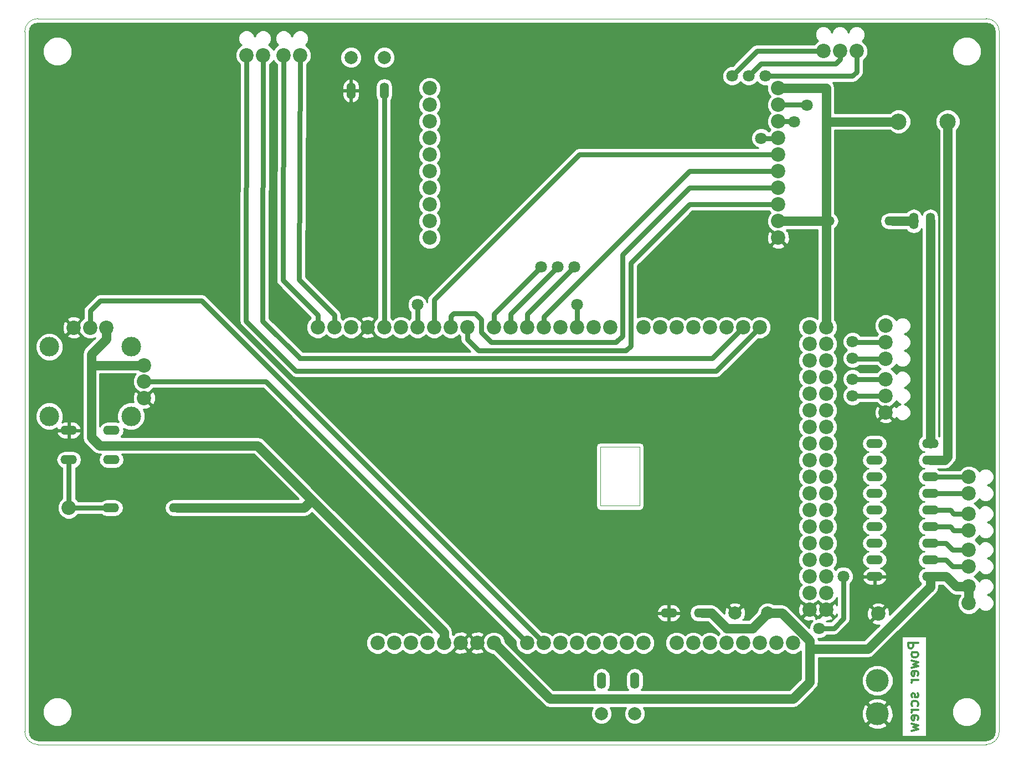
<source format=gbr>
G04 #@! TF.FileFunction,Copper,L1,Top,Signal*
%FSLAX46Y46*%
G04 Gerber Fmt 4.6, Leading zero omitted, Abs format (unit mm)*
G04 Created by KiCad (PCBNEW 4.0.7) date 07/03/18 00:43:42*
%MOMM*%
%LPD*%
G01*
G04 APERTURE LIST*
%ADD10C,0.100000*%
%ADD11C,0.300000*%
%ADD12O,1.400000X2.540000*%
%ADD13C,2.200000*%
%ADD14C,3.500000*%
%ADD15O,2.540000X1.400000*%
%ADD16C,2.500000*%
%ADD17C,2.000000*%
%ADD18C,3.000000*%
%ADD19C,1.800000*%
%ADD20C,1.400000*%
%ADD21C,0.800000*%
%ADD22C,0.250000*%
%ADD23C,0.254000*%
G04 APERTURE END LIST*
D10*
D11*
X212058571Y-133431429D02*
X210558571Y-133431429D01*
X210558571Y-134002857D01*
X210630000Y-134145715D01*
X210701429Y-134217143D01*
X210844286Y-134288572D01*
X211058571Y-134288572D01*
X211201429Y-134217143D01*
X211272857Y-134145715D01*
X211344286Y-134002857D01*
X211344286Y-133431429D01*
X212058571Y-135145715D02*
X211987143Y-135002857D01*
X211915714Y-134931429D01*
X211772857Y-134860000D01*
X211344286Y-134860000D01*
X211201429Y-134931429D01*
X211130000Y-135002857D01*
X211058571Y-135145715D01*
X211058571Y-135360000D01*
X211130000Y-135502857D01*
X211201429Y-135574286D01*
X211344286Y-135645715D01*
X211772857Y-135645715D01*
X211915714Y-135574286D01*
X211987143Y-135502857D01*
X212058571Y-135360000D01*
X212058571Y-135145715D01*
X211058571Y-136145715D02*
X212058571Y-136431429D01*
X211344286Y-136717143D01*
X212058571Y-137002858D01*
X211058571Y-137288572D01*
X211987143Y-138431429D02*
X212058571Y-138288572D01*
X212058571Y-138002858D01*
X211987143Y-137860001D01*
X211844286Y-137788572D01*
X211272857Y-137788572D01*
X211130000Y-137860001D01*
X211058571Y-138002858D01*
X211058571Y-138288572D01*
X211130000Y-138431429D01*
X211272857Y-138502858D01*
X211415714Y-138502858D01*
X211558571Y-137788572D01*
X212058571Y-139145715D02*
X211058571Y-139145715D01*
X211344286Y-139145715D02*
X211201429Y-139217143D01*
X211130000Y-139288572D01*
X211058571Y-139431429D01*
X211058571Y-139574286D01*
X211987143Y-141145714D02*
X212058571Y-141288571D01*
X212058571Y-141574286D01*
X211987143Y-141717143D01*
X211844286Y-141788571D01*
X211772857Y-141788571D01*
X211630000Y-141717143D01*
X211558571Y-141574286D01*
X211558571Y-141360000D01*
X211487143Y-141217143D01*
X211344286Y-141145714D01*
X211272857Y-141145714D01*
X211130000Y-141217143D01*
X211058571Y-141360000D01*
X211058571Y-141574286D01*
X211130000Y-141717143D01*
X211987143Y-143074286D02*
X212058571Y-142931429D01*
X212058571Y-142645715D01*
X211987143Y-142502857D01*
X211915714Y-142431429D01*
X211772857Y-142360000D01*
X211344286Y-142360000D01*
X211201429Y-142431429D01*
X211130000Y-142502857D01*
X211058571Y-142645715D01*
X211058571Y-142931429D01*
X211130000Y-143074286D01*
X212058571Y-143717143D02*
X211058571Y-143717143D01*
X211344286Y-143717143D02*
X211201429Y-143788571D01*
X211130000Y-143860000D01*
X211058571Y-144002857D01*
X211058571Y-144145714D01*
X211987143Y-145217142D02*
X212058571Y-145074285D01*
X212058571Y-144788571D01*
X211987143Y-144645714D01*
X211844286Y-144574285D01*
X211272857Y-144574285D01*
X211130000Y-144645714D01*
X211058571Y-144788571D01*
X211058571Y-145074285D01*
X211130000Y-145217142D01*
X211272857Y-145288571D01*
X211415714Y-145288571D01*
X211558571Y-144574285D01*
X211058571Y-145788571D02*
X212058571Y-146074285D01*
X211344286Y-146359999D01*
X212058571Y-146645714D01*
X211058571Y-146931428D01*
D10*
X169500000Y-103500000D02*
X163500000Y-103500000D01*
X169500000Y-112500000D02*
X169500000Y-103500000D01*
X163500000Y-112500000D02*
X169500000Y-112500000D01*
X163500000Y-103500000D02*
X163500000Y-112500000D01*
X75500000Y-147000000D02*
G75*
G03X77500000Y-149000000I2000000J0D01*
G01*
X77500000Y-38000000D02*
G75*
G03X75500000Y-40000000I0J-2000000D01*
G01*
X224500000Y-40000000D02*
G75*
G03X222500000Y-38000000I-2000000J0D01*
G01*
X222500000Y-149000000D02*
G75*
G03X224500000Y-147000000I0J2000000D01*
G01*
X224500000Y-40000000D02*
X224500000Y-147000000D01*
X77500000Y-38000000D02*
X222500000Y-38000000D01*
X77500000Y-149000000D02*
X222500000Y-149000000D01*
X75500000Y-40000000D02*
X75500000Y-147000000D01*
D12*
X213925000Y-68960000D03*
X211385000Y-68960000D03*
D13*
X202690000Y-42955000D03*
X200150000Y-42955000D03*
X197610000Y-42955000D03*
X219835000Y-113700000D03*
X219835000Y-116240000D03*
X219835000Y-110600000D03*
X219835000Y-108060000D03*
X219835000Y-119200000D03*
X219835000Y-121740000D03*
X219835000Y-127380000D03*
X219835000Y-124840000D03*
X109420000Y-43590000D03*
X111960000Y-43590000D03*
X117600000Y-43590000D03*
X115060000Y-43590000D03*
D14*
X205865000Y-144285000D03*
X205865000Y-139205000D03*
D15*
X208180000Y-68960000D03*
X198020000Y-68960000D03*
D16*
X209090000Y-53750000D03*
X216610000Y-53750000D03*
D15*
X179040000Y-128900000D03*
X173960000Y-128900000D03*
D13*
X190690000Y-66420000D03*
X190690000Y-63880000D03*
X190690000Y-61340000D03*
X190690000Y-58800000D03*
X190690000Y-56260000D03*
X190690000Y-53720000D03*
X190690000Y-51180000D03*
X190690000Y-48640000D03*
X137410000Y-71500000D03*
X137410000Y-68960000D03*
X137410000Y-66420000D03*
X137410000Y-63880000D03*
X137410000Y-61340000D03*
X137410000Y-58800000D03*
X137410000Y-56260000D03*
X137410000Y-53720000D03*
X137410000Y-51180000D03*
X137410000Y-48640000D03*
X190690000Y-68960000D03*
X190690000Y-71500000D03*
X82250000Y-112805000D03*
D15*
X98820000Y-112805000D03*
X88660000Y-112805000D03*
D17*
X189075000Y-128900000D03*
X184075000Y-128900000D03*
D13*
X207135000Y-84940000D03*
X207135000Y-87480000D03*
X207135000Y-90020000D03*
X207135000Y-98200000D03*
X207135000Y-95660000D03*
X207135000Y-93120000D03*
X93750000Y-96000000D03*
X93750000Y-93500000D03*
X93750000Y-91000000D03*
X85500000Y-85250000D03*
X88000000Y-85250000D03*
X83000000Y-85250000D03*
D18*
X91750000Y-98800000D03*
X91750000Y-88200000D03*
X79250000Y-88200000D03*
X79250000Y-98800000D03*
D15*
X88750000Y-100950000D03*
X82250000Y-100950000D03*
X82250000Y-105450000D03*
X88750000Y-105450000D03*
D12*
X130456000Y-49025000D03*
X125376000Y-49025000D03*
D17*
X130456000Y-43945000D03*
X125376000Y-43945000D03*
D13*
X205990000Y-129000000D03*
D15*
X205425000Y-105520000D03*
X205425000Y-102980000D03*
X205425000Y-108060000D03*
X205425000Y-110600000D03*
X205425000Y-113140000D03*
X205425000Y-115680000D03*
X205425000Y-118220000D03*
X205425000Y-120760000D03*
X205425000Y-123300000D03*
X213925000Y-123300000D03*
X213925000Y-120760000D03*
X213925000Y-118220000D03*
X213925000Y-115680000D03*
X213925000Y-113140000D03*
X213925000Y-110600000D03*
X213925000Y-108060000D03*
X213925000Y-105520000D03*
X213925000Y-102980000D03*
D12*
X163675000Y-139215000D03*
X168755000Y-139215000D03*
D17*
X163675000Y-144295000D03*
X168755000Y-144295000D03*
D13*
X152300000Y-133460000D03*
X147220000Y-133460000D03*
X144680000Y-133460000D03*
X142140000Y-133460000D03*
X139600000Y-133460000D03*
X137060000Y-133460000D03*
X134520000Y-133460000D03*
X131980000Y-133460000D03*
X187860000Y-85200000D03*
X185320000Y-85200000D03*
X182780000Y-85200000D03*
X180240000Y-85200000D03*
X177700000Y-85200000D03*
X175160000Y-85200000D03*
X172620000Y-85200000D03*
X170080000Y-85200000D03*
X165000000Y-85200000D03*
X162460000Y-85200000D03*
X159920000Y-85200000D03*
X157380000Y-85200000D03*
X154840000Y-85200000D03*
X152300000Y-85200000D03*
X149760000Y-85200000D03*
X147220000Y-85200000D03*
X127916000Y-85200000D03*
X143156000Y-85200000D03*
X140616000Y-85200000D03*
X138076000Y-85200000D03*
X120296000Y-85200000D03*
X122836000Y-85200000D03*
X125376000Y-85200000D03*
X130456000Y-85200000D03*
X132996000Y-85200000D03*
X135536000Y-85200000D03*
X129440000Y-133460000D03*
X154840000Y-133460000D03*
X157380000Y-133460000D03*
X159920000Y-133460000D03*
X162460000Y-133460000D03*
X165000000Y-133460000D03*
X167540000Y-133460000D03*
X170080000Y-133460000D03*
X175160000Y-133460000D03*
X177700000Y-133460000D03*
X180240000Y-133460000D03*
X182780000Y-133460000D03*
X185320000Y-133460000D03*
X187860000Y-133460000D03*
X190400000Y-133460000D03*
X192940000Y-133460000D03*
X195480000Y-85200000D03*
X198020000Y-85200000D03*
X195480000Y-87740000D03*
X198020000Y-87740000D03*
X195480000Y-90280000D03*
X198020000Y-90280000D03*
X195480000Y-92820000D03*
X198020000Y-92820000D03*
X195480000Y-95360000D03*
X198020000Y-95360000D03*
X195480000Y-97900000D03*
X198020000Y-97900000D03*
X195480000Y-100440000D03*
X198020000Y-100440000D03*
X195480000Y-102980000D03*
X198020000Y-102980000D03*
X195480000Y-105520000D03*
X198020000Y-105520000D03*
X195480000Y-108060000D03*
X198020000Y-108060000D03*
X195480000Y-110600000D03*
X198020000Y-110600000D03*
X195480000Y-113140000D03*
X198020000Y-113140000D03*
X195480000Y-115680000D03*
X198020000Y-115680000D03*
X195480000Y-118220000D03*
X198020000Y-118220000D03*
X195480000Y-120760000D03*
X198020000Y-120760000D03*
X195480000Y-123300000D03*
X198020000Y-123300000D03*
X195480000Y-125840000D03*
X198020000Y-125840000D03*
X195480000Y-128380000D03*
X198020000Y-128380000D03*
D19*
X159510000Y-75975000D03*
X188720000Y-46765000D03*
X156970000Y-75975000D03*
X186180000Y-46765000D03*
X183640000Y-46765000D03*
X154430000Y-75975000D03*
X188085000Y-56290000D03*
X196975000Y-131220000D03*
X200648500Y-123282500D03*
X193165000Y-53750000D03*
X195070000Y-51210000D03*
X135536000Y-81739000D03*
X159914000Y-81739000D03*
X202055000Y-87405000D03*
X202055000Y-89945000D03*
X202055000Y-95660000D03*
X202055000Y-93120000D03*
D20*
X179040000Y-128900000D02*
X180485000Y-128900000D01*
X186755000Y-131220000D02*
X189075000Y-128900000D01*
X182805000Y-131220000D02*
X186755000Y-131220000D01*
X180485000Y-128900000D02*
X182805000Y-131220000D01*
X213925000Y-123300000D02*
X213925000Y-124865000D01*
X204395000Y-134395000D02*
X195505000Y-134395000D01*
X213925000Y-124865000D02*
X204395000Y-134395000D01*
X189075000Y-128900000D02*
X191280000Y-128900000D01*
X191280000Y-128900000D02*
X195505000Y-133125000D01*
X195505000Y-133125000D02*
X195505000Y-134395000D01*
X155775000Y-142015000D02*
X147220000Y-133460000D01*
X195505000Y-134395000D02*
X195505000Y-139475000D01*
X195505000Y-139475000D02*
X192965000Y-142015000D01*
X192965000Y-142015000D02*
X155775000Y-142015000D01*
X213925000Y-123300000D02*
X216360000Y-123300000D01*
X217900000Y-124840000D02*
X219835000Y-124840000D01*
X216360000Y-123300000D02*
X217900000Y-124840000D01*
X219835000Y-127380000D02*
X219835000Y-124840000D01*
X213925000Y-68960000D02*
X213925000Y-79785000D01*
X213925000Y-79785000D02*
X213925000Y-102980000D01*
X208180000Y-68960000D02*
X211385000Y-68960000D01*
D21*
X152300000Y-85200000D02*
X152300000Y-83185000D01*
X156335000Y-79150000D02*
X159510000Y-75975000D01*
X202690000Y-46130000D02*
X202690000Y-42955000D01*
X202055000Y-46765000D02*
X188720000Y-46765000D01*
X202690000Y-46130000D02*
X202055000Y-46765000D01*
X152300000Y-83185000D02*
X156335000Y-79150000D01*
X149760000Y-85200000D02*
X149760000Y-83185000D01*
X199515000Y-44860000D02*
X200150000Y-44225000D01*
X200150000Y-44225000D02*
X200150000Y-42955000D01*
X198880000Y-44860000D02*
X188085000Y-44860000D01*
X188085000Y-44860000D02*
X186180000Y-46765000D01*
X155065000Y-77880000D02*
X156970000Y-75975000D01*
X198880000Y-44860000D02*
X199515000Y-44860000D01*
X149760000Y-83185000D02*
X155065000Y-77880000D01*
X147220000Y-85200000D02*
X147220000Y-83185000D01*
X187450000Y-42955000D02*
X197610000Y-42955000D01*
X187132500Y-43272500D02*
X183640000Y-46765000D01*
X187132500Y-43272500D02*
X187450000Y-42955000D01*
X147220000Y-83185000D02*
X154430000Y-75975000D01*
X213925000Y-113140000D02*
X216995000Y-113140000D01*
X216995000Y-113140000D02*
X217555000Y-113700000D01*
X217555000Y-113700000D02*
X219835000Y-113700000D01*
X213925000Y-115680000D02*
X216995000Y-115680000D01*
X216995000Y-115680000D02*
X217555000Y-116240000D01*
X217555000Y-116240000D02*
X219835000Y-116240000D01*
X219835000Y-110600000D02*
X213925000Y-110600000D01*
X213925000Y-108060000D02*
X219835000Y-108060000D01*
X213925000Y-118220000D02*
X216360000Y-118220000D01*
X216360000Y-118220000D02*
X217340000Y-119200000D01*
X217340000Y-119200000D02*
X219835000Y-119200000D01*
X213925000Y-120760000D02*
X216360000Y-120760000D01*
X216360000Y-120760000D02*
X217340000Y-121740000D01*
X217340000Y-121740000D02*
X219835000Y-121740000D01*
X181210000Y-91850000D02*
X187860000Y-85200000D01*
X180265000Y-91850000D02*
X181210000Y-91850000D01*
X116965000Y-91850000D02*
X180265000Y-91850000D01*
X109420000Y-43590000D02*
X109345000Y-84230000D01*
X109345000Y-84230000D02*
X116965000Y-91850000D01*
X178360000Y-89945000D02*
X180575000Y-89945000D01*
X117600000Y-89945000D02*
X178360000Y-89945000D01*
X180575000Y-89945000D02*
X185320000Y-85200000D01*
X117600000Y-89945000D02*
X117575000Y-89945000D01*
X117575000Y-89945000D02*
X111860000Y-84230000D01*
X117600000Y-89945000D02*
X117505000Y-89945000D01*
X111860000Y-84230000D02*
X111960000Y-43590000D01*
X122836000Y-85200000D02*
X122836000Y-83302283D01*
X117413792Y-77880075D02*
X117600000Y-43590000D01*
X122836000Y-83302283D02*
X117413792Y-77880075D01*
X120296000Y-85200000D02*
X120296000Y-83316000D01*
X114966354Y-77986354D02*
X114966354Y-77986176D01*
X120296000Y-83316000D02*
X114966354Y-77986354D01*
X114966354Y-77986176D02*
X115060000Y-43590000D01*
X168146000Y-88040000D02*
X168146000Y-75394000D01*
X167416000Y-88770000D02*
X168146000Y-88040000D01*
X165860000Y-88770000D02*
X167130000Y-88770000D01*
X167130000Y-88770000D02*
X167416000Y-88770000D01*
X146175000Y-88770000D02*
X165860000Y-88770000D01*
X177120000Y-66420000D02*
X190690000Y-66420000D01*
X168146000Y-75394000D02*
X177120000Y-66420000D01*
X143156000Y-85200000D02*
X143156000Y-87021000D01*
X143156000Y-87021000D02*
X144905000Y-88770000D01*
X143240000Y-85200000D02*
X143156000Y-85200000D01*
X146175000Y-88770000D02*
X145540000Y-88770000D01*
X144905000Y-88770000D02*
X146175000Y-88770000D01*
X166876000Y-86516000D02*
X166876000Y-74124000D01*
X144365000Y-83055000D02*
X145286000Y-83976000D01*
X145286000Y-83976000D02*
X145286000Y-85976000D01*
X145286000Y-85976000D02*
X146810000Y-87500000D01*
X165860000Y-87500000D02*
X165892000Y-87500000D01*
X140616000Y-85200000D02*
X140616000Y-83534000D01*
X146810000Y-87500000D02*
X165860000Y-87500000D01*
X141095000Y-83055000D02*
X143635000Y-83055000D01*
X140616000Y-83534000D02*
X141095000Y-83055000D01*
X165892000Y-87500000D02*
X166876000Y-86516000D01*
X143635000Y-83055000D02*
X144365000Y-83055000D01*
X177120000Y-63880000D02*
X190690000Y-63880000D01*
X166876000Y-74124000D02*
X177120000Y-63880000D01*
X154840000Y-85200000D02*
X154840000Y-83620000D01*
X177120000Y-61340000D02*
X190690000Y-61340000D01*
X154840000Y-83620000D02*
X177120000Y-61340000D01*
X154840000Y-85200000D02*
X154840000Y-85185000D01*
X138076000Y-85200000D02*
X138076000Y-80994000D01*
X160270000Y-58800000D02*
X190690000Y-58800000D01*
X138076000Y-80994000D02*
X160270000Y-58800000D01*
X188085000Y-56290000D02*
X190660000Y-56290000D01*
X196975000Y-131220000D02*
X198880000Y-131220000D01*
X199188000Y-131220000D02*
X198880000Y-131220000D01*
X200648500Y-129759500D02*
X199188000Y-131220000D01*
X200648500Y-123282500D02*
X200648500Y-129759500D01*
X190660000Y-56290000D02*
X190690000Y-56260000D01*
X193135000Y-53720000D02*
X193165000Y-53750000D01*
X190690000Y-53720000D02*
X193135000Y-53720000D01*
X190690000Y-51180000D02*
X195040000Y-51180000D01*
X195040000Y-51180000D02*
X195070000Y-51210000D01*
X195405000Y-123300000D02*
X195480000Y-123300000D01*
X195405000Y-123300000D02*
X195480000Y-123300000D01*
D20*
X118235000Y-112805000D02*
X119405000Y-111635000D01*
X111050000Y-103280000D02*
X119405000Y-111635000D01*
X138990000Y-131220000D02*
X119405000Y-111635000D01*
X139600000Y-131830000D02*
X138990000Y-131220000D01*
X139600000Y-133460000D02*
X139600000Y-131830000D01*
X118235000Y-112805000D02*
X98820000Y-112805000D01*
X85650000Y-90580000D02*
X85650000Y-102010000D01*
X86920000Y-103280000D02*
X85650000Y-102010000D01*
X86920000Y-103280000D02*
X111050000Y-103280000D01*
X198016400Y-53750000D02*
X201990000Y-53750000D01*
X201990000Y-53750000D02*
X209090000Y-53750000D01*
X198016400Y-53750000D02*
X198680000Y-53750000D01*
X198680000Y-53750000D02*
X198016400Y-53750000D01*
X198020000Y-85200000D02*
X198020000Y-68960000D01*
X198020000Y-68960000D02*
X198020000Y-63910000D01*
X198020000Y-63910000D02*
X198020000Y-55658600D01*
X198016400Y-48640000D02*
X198016400Y-53750000D01*
X198016400Y-53750000D02*
X198016400Y-55655000D01*
X198016400Y-48640000D02*
X190690000Y-48640000D01*
X198020000Y-55658600D02*
X198016400Y-55655000D01*
X190690000Y-68960000D02*
X198020000Y-68960000D01*
X93750000Y-91000000D02*
X85650000Y-91000000D01*
X85650000Y-91000000D02*
X85650000Y-90580000D01*
X88000000Y-86960000D02*
X88000000Y-85250000D01*
X85650000Y-89310000D02*
X88000000Y-86960000D01*
X85650000Y-90580000D02*
X85650000Y-89310000D01*
X190720000Y-68990000D02*
X190690000Y-68960000D01*
X198020000Y-68993600D02*
X198016400Y-68990000D01*
D21*
X93750000Y-93500000D02*
X112340000Y-93500000D01*
X112340000Y-93500000D02*
X152300000Y-133460000D01*
X90930000Y-81150000D02*
X102530000Y-81150000D01*
X102530000Y-81150000D02*
X154840000Y-133460000D01*
X85500000Y-85250000D02*
X85500000Y-82675000D01*
X87025000Y-81150000D02*
X85500000Y-82675000D01*
X87025000Y-81150000D02*
X90930000Y-81150000D01*
X90930000Y-81150000D02*
X90835000Y-81150000D01*
D20*
X216610000Y-53750000D02*
X216610000Y-104550000D01*
X216610000Y-104550000D02*
X216610000Y-105035000D01*
X216125000Y-105520000D02*
X213925000Y-105520000D01*
X216610000Y-105035000D02*
X216125000Y-105520000D01*
X216610000Y-104600000D02*
X216610000Y-104550000D01*
D21*
X159920000Y-85200000D02*
X159920000Y-81745000D01*
X135536000Y-81739000D02*
X135536000Y-85200000D01*
X159920000Y-81745000D02*
X159914000Y-81739000D01*
X130456000Y-49025000D02*
X130456000Y-85200000D01*
D22*
X130580000Y-85076000D02*
X130456000Y-85200000D01*
D21*
X207135000Y-87480000D02*
X202130000Y-87480000D01*
X202130000Y-87480000D02*
X202055000Y-87405000D01*
X202130000Y-87480000D02*
X202055000Y-87405000D01*
X202130000Y-90020000D02*
X202055000Y-89945000D01*
X202130000Y-90020000D02*
X207135000Y-90020000D01*
X207135000Y-95660000D02*
X202055000Y-95660000D01*
X207135000Y-93120000D02*
X202055000Y-93120000D01*
X82250000Y-112805000D02*
X88660000Y-112805000D01*
X82250000Y-112805000D02*
X82250000Y-105450000D01*
D23*
G36*
X222998094Y-38797497D02*
X223420357Y-39079643D01*
X223702503Y-39501906D01*
X223815000Y-40067466D01*
X223815000Y-146932534D01*
X223702503Y-147498094D01*
X223420357Y-147920357D01*
X222998094Y-148202503D01*
X222432533Y-148315000D01*
X77567466Y-148315000D01*
X77001906Y-148202503D01*
X76579643Y-147920357D01*
X76297497Y-147498094D01*
X76185000Y-146932533D01*
X76185000Y-144442619D01*
X78264613Y-144442619D01*
X78604155Y-145264372D01*
X79232321Y-145893636D01*
X80053481Y-146234611D01*
X80942619Y-146235387D01*
X81561844Y-145979528D01*
X204350077Y-145979528D01*
X204540364Y-146324271D01*
X205421591Y-146675956D01*
X206370323Y-146663641D01*
X207189636Y-146324271D01*
X207379923Y-145979528D01*
X205865000Y-144464605D01*
X204350077Y-145979528D01*
X81561844Y-145979528D01*
X81764372Y-145895845D01*
X82393636Y-145267679D01*
X82734611Y-144446519D01*
X82735387Y-143557381D01*
X82395845Y-142735628D01*
X81767679Y-142106364D01*
X80946519Y-141765389D01*
X80057381Y-141764613D01*
X79235628Y-142104155D01*
X78606364Y-142732321D01*
X78265389Y-143553481D01*
X78264613Y-144442619D01*
X76185000Y-144442619D01*
X76185000Y-105450000D01*
X80307679Y-105450000D01*
X80409300Y-105960882D01*
X80698691Y-106393988D01*
X81131797Y-106683379D01*
X81215000Y-106699929D01*
X81215000Y-111386673D01*
X80779996Y-111820918D01*
X80515301Y-112458373D01*
X80514699Y-113148599D01*
X80778281Y-113786515D01*
X81265918Y-114275004D01*
X81903373Y-114539699D01*
X82593599Y-114540301D01*
X83231515Y-114276719D01*
X83668997Y-113840000D01*
X87244901Y-113840000D01*
X87541797Y-114038379D01*
X88052679Y-114140000D01*
X89267321Y-114140000D01*
X89778203Y-114038379D01*
X90211309Y-113748988D01*
X90500700Y-113315882D01*
X90602321Y-112805000D01*
X90500700Y-112294118D01*
X90211309Y-111861012D01*
X89778203Y-111571621D01*
X89267321Y-111470000D01*
X88052679Y-111470000D01*
X87541797Y-111571621D01*
X87244901Y-111770000D01*
X83668327Y-111770000D01*
X83285000Y-111386003D01*
X83285000Y-106699929D01*
X83368203Y-106683379D01*
X83801309Y-106393988D01*
X84090700Y-105960882D01*
X84192321Y-105450000D01*
X84090700Y-104939118D01*
X83801309Y-104506012D01*
X83368203Y-104216621D01*
X82857321Y-104115000D01*
X81642679Y-104115000D01*
X81131797Y-104216621D01*
X80698691Y-104506012D01*
X80409300Y-104939118D01*
X80307679Y-105450000D01*
X76185000Y-105450000D01*
X76185000Y-101283329D01*
X80387284Y-101283329D01*
X80398020Y-101343550D01*
X80646210Y-101804185D01*
X81051785Y-102134778D01*
X81553000Y-102285000D01*
X82123000Y-102285000D01*
X82123000Y-101077000D01*
X82377000Y-101077000D01*
X82377000Y-102285000D01*
X82947000Y-102285000D01*
X83448215Y-102134778D01*
X83853790Y-101804185D01*
X84101980Y-101343550D01*
X84112716Y-101283329D01*
X83989374Y-101077000D01*
X82377000Y-101077000D01*
X82123000Y-101077000D01*
X80510626Y-101077000D01*
X80387284Y-101283329D01*
X76185000Y-101283329D01*
X76185000Y-99222815D01*
X77114630Y-99222815D01*
X77438980Y-100007800D01*
X78039041Y-100608909D01*
X78823459Y-100934628D01*
X79672815Y-100935370D01*
X80398543Y-100635505D01*
X80510626Y-100823000D01*
X82123000Y-100823000D01*
X82123000Y-99615000D01*
X82377000Y-99615000D01*
X82377000Y-100823000D01*
X83989374Y-100823000D01*
X84112716Y-100616671D01*
X84101980Y-100556450D01*
X83853790Y-100095815D01*
X83448215Y-99765222D01*
X82947000Y-99615000D01*
X82377000Y-99615000D01*
X82123000Y-99615000D01*
X81553000Y-99615000D01*
X81176465Y-99727854D01*
X81384628Y-99226541D01*
X81385370Y-98377185D01*
X81061020Y-97592200D01*
X80460959Y-96991091D01*
X79676541Y-96665372D01*
X78827185Y-96664630D01*
X78042200Y-96988980D01*
X77441091Y-97589041D01*
X77115372Y-98373459D01*
X77114630Y-99222815D01*
X76185000Y-99222815D01*
X76185000Y-88622815D01*
X77114630Y-88622815D01*
X77438980Y-89407800D01*
X78039041Y-90008909D01*
X78823459Y-90334628D01*
X79672815Y-90335370D01*
X80457800Y-90011020D01*
X81058909Y-89410959D01*
X81384628Y-88626541D01*
X81385370Y-87777185D01*
X81061020Y-86992200D01*
X80544590Y-86474868D01*
X81954737Y-86474868D01*
X82065641Y-86752099D01*
X82711593Y-86995323D01*
X83401453Y-86972836D01*
X83934359Y-86752099D01*
X84045263Y-86474868D01*
X83000000Y-85429605D01*
X81954737Y-86474868D01*
X80544590Y-86474868D01*
X80460959Y-86391091D01*
X79676541Y-86065372D01*
X78827185Y-86064630D01*
X78042200Y-86388980D01*
X77441091Y-86989041D01*
X77115372Y-87773459D01*
X77114630Y-88622815D01*
X76185000Y-88622815D01*
X76185000Y-84961593D01*
X81254677Y-84961593D01*
X81277164Y-85651453D01*
X81497901Y-86184359D01*
X81775132Y-86295263D01*
X82820395Y-85250000D01*
X83179605Y-85250000D01*
X83934744Y-86005139D01*
X84028281Y-86231515D01*
X84515918Y-86720004D01*
X85153373Y-86984699D01*
X85843599Y-86985301D01*
X86257916Y-86814108D01*
X84706012Y-88366012D01*
X84416621Y-88799117D01*
X84314999Y-89310000D01*
X84315000Y-89310005D01*
X84315000Y-102009995D01*
X84314999Y-102010000D01*
X84416621Y-102520883D01*
X84706012Y-102953988D01*
X85976010Y-104223985D01*
X85976012Y-104223988D01*
X86112222Y-104315000D01*
X86409117Y-104513379D01*
X86920000Y-104615000D01*
X87125868Y-104615000D01*
X86909300Y-104939118D01*
X86807679Y-105450000D01*
X86909300Y-105960882D01*
X87198691Y-106393988D01*
X87631797Y-106683379D01*
X88142679Y-106785000D01*
X89357321Y-106785000D01*
X89868203Y-106683379D01*
X90301309Y-106393988D01*
X90590700Y-105960882D01*
X90692321Y-105450000D01*
X90590700Y-104939118D01*
X90374132Y-104615000D01*
X110497024Y-104615000D01*
X117352025Y-111470000D01*
X98212679Y-111470000D01*
X97701797Y-111571621D01*
X97268691Y-111861012D01*
X96979300Y-112294118D01*
X96877679Y-112805000D01*
X96979300Y-113315882D01*
X97268691Y-113748988D01*
X97701797Y-114038379D01*
X98212679Y-114140000D01*
X118234995Y-114140000D01*
X118235000Y-114140001D01*
X118745883Y-114038379D01*
X119178988Y-113748988D01*
X119405000Y-113522976D01*
X137749841Y-131867816D01*
X137406627Y-131725301D01*
X136716401Y-131724699D01*
X136078485Y-131988281D01*
X135789925Y-132276338D01*
X135504082Y-131989996D01*
X134866627Y-131725301D01*
X134176401Y-131724699D01*
X133538485Y-131988281D01*
X133249925Y-132276338D01*
X132964082Y-131989996D01*
X132326627Y-131725301D01*
X131636401Y-131724699D01*
X130998485Y-131988281D01*
X130709925Y-132276338D01*
X130424082Y-131989996D01*
X129786627Y-131725301D01*
X129096401Y-131724699D01*
X128458485Y-131988281D01*
X127969996Y-132475918D01*
X127705301Y-133113373D01*
X127704699Y-133803599D01*
X127968281Y-134441515D01*
X128455918Y-134930004D01*
X129093373Y-135194699D01*
X129783599Y-135195301D01*
X130421515Y-134931719D01*
X130710075Y-134643662D01*
X130995918Y-134930004D01*
X131633373Y-135194699D01*
X132323599Y-135195301D01*
X132961515Y-134931719D01*
X133250075Y-134643662D01*
X133535918Y-134930004D01*
X134173373Y-135194699D01*
X134863599Y-135195301D01*
X135501515Y-134931719D01*
X135790075Y-134643662D01*
X136075918Y-134930004D01*
X136713373Y-135194699D01*
X137403599Y-135195301D01*
X138041515Y-134931719D01*
X138330075Y-134643662D01*
X138615918Y-134930004D01*
X139253373Y-135194699D01*
X139943599Y-135195301D01*
X140581515Y-134931719D01*
X140828797Y-134684868D01*
X141094737Y-134684868D01*
X141205641Y-134962099D01*
X141851593Y-135205323D01*
X142541453Y-135182836D01*
X143074359Y-134962099D01*
X143185263Y-134684868D01*
X143634737Y-134684868D01*
X143745641Y-134962099D01*
X144391593Y-135205323D01*
X145081453Y-135182836D01*
X145614359Y-134962099D01*
X145725263Y-134684868D01*
X144680000Y-133639605D01*
X143634737Y-134684868D01*
X143185263Y-134684868D01*
X142140000Y-133639605D01*
X141094737Y-134684868D01*
X140828797Y-134684868D01*
X141070004Y-134444082D01*
X141136534Y-134283861D01*
X141960395Y-133460000D01*
X142319605Y-133460000D01*
X143124116Y-134264511D01*
X143177901Y-134394359D01*
X143304682Y-134445077D01*
X143364868Y-134505263D01*
X143410000Y-134487208D01*
X143455132Y-134505263D01*
X143515318Y-134445077D01*
X143642099Y-134394359D01*
X143688037Y-134272358D01*
X144500395Y-133460000D01*
X143695884Y-132655489D01*
X143642099Y-132525641D01*
X143515318Y-132474923D01*
X143455132Y-132414737D01*
X143410000Y-132432792D01*
X143364868Y-132414737D01*
X143304682Y-132474923D01*
X143177901Y-132525641D01*
X143131963Y-132647642D01*
X142319605Y-133460000D01*
X141960395Y-133460000D01*
X141946253Y-133445858D01*
X142125858Y-133266253D01*
X142140000Y-133280395D01*
X143185263Y-132235132D01*
X143634737Y-132235132D01*
X144680000Y-133280395D01*
X145725263Y-132235132D01*
X145614359Y-131957901D01*
X144968407Y-131714677D01*
X144278547Y-131737164D01*
X143745641Y-131957901D01*
X143634737Y-132235132D01*
X143185263Y-132235132D01*
X143074359Y-131957901D01*
X142428407Y-131714677D01*
X141738547Y-131737164D01*
X141205641Y-131957901D01*
X141094738Y-132235130D01*
X140980698Y-132121090D01*
X140935000Y-132166788D01*
X140935000Y-131830000D01*
X140833379Y-131319117D01*
X140717465Y-131145640D01*
X140543988Y-130886012D01*
X140543985Y-130886010D01*
X139933988Y-130276012D01*
X139933985Y-130276010D01*
X120348988Y-110691012D01*
X120348985Y-110691010D01*
X111993988Y-102336012D01*
X111560883Y-102046621D01*
X111050000Y-101944999D01*
X111049995Y-101945000D01*
X90224964Y-101945000D01*
X90301309Y-101893988D01*
X90590700Y-101460882D01*
X90692321Y-100950000D01*
X90632165Y-100647578D01*
X91323459Y-100934628D01*
X92172815Y-100935370D01*
X92957800Y-100611020D01*
X93558909Y-100010959D01*
X93884628Y-99226541D01*
X93885370Y-98377185D01*
X93622127Y-97740090D01*
X94151453Y-97722836D01*
X94684359Y-97502099D01*
X94795263Y-97224868D01*
X93750000Y-96179605D01*
X93735858Y-96193748D01*
X93556253Y-96014143D01*
X93570395Y-96000000D01*
X93929605Y-96000000D01*
X94974868Y-97045263D01*
X95252099Y-96934359D01*
X95495323Y-96288407D01*
X95472836Y-95598547D01*
X95252099Y-95065641D01*
X94974868Y-94954737D01*
X93929605Y-96000000D01*
X93570395Y-96000000D01*
X92525132Y-94954737D01*
X92247901Y-95065641D01*
X92004677Y-95711593D01*
X92027164Y-96401453D01*
X92136468Y-96665337D01*
X91327185Y-96664630D01*
X90542200Y-96988980D01*
X89941091Y-97589041D01*
X89615372Y-98373459D01*
X89614630Y-99222815D01*
X89814231Y-99705885D01*
X89357321Y-99615000D01*
X88142679Y-99615000D01*
X87631797Y-99716621D01*
X87198691Y-100006012D01*
X86985000Y-100325824D01*
X86985000Y-92335000D01*
X92461230Y-92335000D01*
X92279996Y-92515918D01*
X92015301Y-93153373D01*
X92014699Y-93843599D01*
X92278281Y-94481515D01*
X92765918Y-94970004D01*
X92994542Y-95064937D01*
X93750000Y-95820395D01*
X94505139Y-95065256D01*
X94731515Y-94971719D01*
X95168997Y-94535000D01*
X111911288Y-94535000D01*
X150565235Y-133188946D01*
X150564699Y-133803599D01*
X150828281Y-134441515D01*
X151315918Y-134930004D01*
X151953373Y-135194699D01*
X152643599Y-135195301D01*
X153281515Y-134931719D01*
X153570075Y-134643662D01*
X153855918Y-134930004D01*
X154493373Y-135194699D01*
X155183599Y-135195301D01*
X155821515Y-134931719D01*
X156110075Y-134643662D01*
X156395918Y-134930004D01*
X157033373Y-135194699D01*
X157723599Y-135195301D01*
X158361515Y-134931719D01*
X158650075Y-134643662D01*
X158935918Y-134930004D01*
X159573373Y-135194699D01*
X160263599Y-135195301D01*
X160901515Y-134931719D01*
X161190075Y-134643662D01*
X161475918Y-134930004D01*
X162113373Y-135194699D01*
X162803599Y-135195301D01*
X163441515Y-134931719D01*
X163730075Y-134643662D01*
X164015918Y-134930004D01*
X164653373Y-135194699D01*
X165343599Y-135195301D01*
X165981515Y-134931719D01*
X166270075Y-134643662D01*
X166555918Y-134930004D01*
X167193373Y-135194699D01*
X167883599Y-135195301D01*
X168521515Y-134931719D01*
X168810075Y-134643662D01*
X169095918Y-134930004D01*
X169733373Y-135194699D01*
X170423599Y-135195301D01*
X171061515Y-134931719D01*
X171550004Y-134444082D01*
X171814699Y-133806627D01*
X171815301Y-133116401D01*
X171551719Y-132478485D01*
X171064082Y-131989996D01*
X170426627Y-131725301D01*
X169736401Y-131724699D01*
X169098485Y-131988281D01*
X168809925Y-132276338D01*
X168524082Y-131989996D01*
X167886627Y-131725301D01*
X167196401Y-131724699D01*
X166558485Y-131988281D01*
X166269925Y-132276338D01*
X165984082Y-131989996D01*
X165346627Y-131725301D01*
X164656401Y-131724699D01*
X164018485Y-131988281D01*
X163729925Y-132276338D01*
X163444082Y-131989996D01*
X162806627Y-131725301D01*
X162116401Y-131724699D01*
X161478485Y-131988281D01*
X161189925Y-132276338D01*
X160904082Y-131989996D01*
X160266627Y-131725301D01*
X159576401Y-131724699D01*
X158938485Y-131988281D01*
X158649925Y-132276338D01*
X158364082Y-131989996D01*
X157726627Y-131725301D01*
X157036401Y-131724699D01*
X156398485Y-131988281D01*
X156109925Y-132276338D01*
X155824082Y-131989996D01*
X155186627Y-131725301D01*
X154568473Y-131724762D01*
X152077041Y-129233329D01*
X172097284Y-129233329D01*
X172108020Y-129293550D01*
X172356210Y-129754185D01*
X172761785Y-130084778D01*
X173263000Y-130235000D01*
X173833000Y-130235000D01*
X173833000Y-129027000D01*
X174087000Y-129027000D01*
X174087000Y-130235000D01*
X174657000Y-130235000D01*
X175158215Y-130084778D01*
X175563790Y-129754185D01*
X175811980Y-129293550D01*
X175822716Y-129233329D01*
X175699374Y-129027000D01*
X174087000Y-129027000D01*
X173833000Y-129027000D01*
X172220626Y-129027000D01*
X172097284Y-129233329D01*
X152077041Y-129233329D01*
X151410383Y-128566671D01*
X172097284Y-128566671D01*
X172220626Y-128773000D01*
X173833000Y-128773000D01*
X173833000Y-127565000D01*
X174087000Y-127565000D01*
X174087000Y-128773000D01*
X175699374Y-128773000D01*
X175822716Y-128566671D01*
X175811980Y-128506450D01*
X175563790Y-128045815D01*
X175158215Y-127715222D01*
X174657000Y-127565000D01*
X174087000Y-127565000D01*
X173833000Y-127565000D01*
X173263000Y-127565000D01*
X172761785Y-127715222D01*
X172356210Y-128045815D01*
X172108020Y-128506450D01*
X172097284Y-128566671D01*
X151410383Y-128566671D01*
X126343712Y-103500000D01*
X162815000Y-103500000D01*
X162815000Y-112500000D01*
X162867143Y-112762138D01*
X163015632Y-112984368D01*
X163237862Y-113132857D01*
X163500000Y-113185000D01*
X169500000Y-113185000D01*
X169762138Y-113132857D01*
X169984368Y-112984368D01*
X170132857Y-112762138D01*
X170185000Y-112500000D01*
X170185000Y-103500000D01*
X170132857Y-103237862D01*
X169984368Y-103015632D01*
X169762138Y-102867143D01*
X169500000Y-102815000D01*
X163500000Y-102815000D01*
X163237862Y-102867143D01*
X163015632Y-103015632D01*
X162867143Y-103237862D01*
X162815000Y-103500000D01*
X126343712Y-103500000D01*
X103261856Y-80418144D01*
X102926077Y-80193785D01*
X102530000Y-80114999D01*
X102529995Y-80115000D01*
X87025005Y-80115000D01*
X87025000Y-80114999D01*
X86628923Y-80193785D01*
X86293144Y-80418144D01*
X86293142Y-80418147D01*
X84768144Y-81943144D01*
X84543785Y-82278923D01*
X84464999Y-82675000D01*
X84465000Y-82675005D01*
X84465000Y-83831673D01*
X84029996Y-84265918D01*
X83935063Y-84494542D01*
X83179605Y-85250000D01*
X82820395Y-85250000D01*
X81775132Y-84204737D01*
X81497901Y-84315641D01*
X81254677Y-84961593D01*
X76185000Y-84961593D01*
X76185000Y-84025132D01*
X81954737Y-84025132D01*
X83000000Y-85070395D01*
X84045263Y-84025132D01*
X83934359Y-83747901D01*
X83288407Y-83504677D01*
X82598547Y-83527164D01*
X82065641Y-83747901D01*
X81954737Y-84025132D01*
X76185000Y-84025132D01*
X76185000Y-43442619D01*
X78264613Y-43442619D01*
X78604155Y-44264372D01*
X79232321Y-44893636D01*
X80053481Y-45234611D01*
X80942619Y-45235387D01*
X81764372Y-44895845D01*
X82393636Y-44267679D01*
X82532357Y-43933599D01*
X107684699Y-43933599D01*
X107948281Y-44571515D01*
X108382385Y-45006377D01*
X108310002Y-84228090D01*
X108310190Y-84229042D01*
X108309999Y-84230000D01*
X108349286Y-84427507D01*
X108388056Y-84624312D01*
X108388595Y-84625122D01*
X108388785Y-84626077D01*
X108500512Y-84793290D01*
X108611795Y-84960504D01*
X108612603Y-84961046D01*
X108613144Y-84961856D01*
X116233142Y-92581853D01*
X116233144Y-92581856D01*
X116434429Y-92716349D01*
X116568922Y-92806215D01*
X116965000Y-92885000D01*
X181209995Y-92885000D01*
X181210000Y-92885001D01*
X181606077Y-92806215D01*
X181941856Y-92581856D01*
X187588946Y-86934765D01*
X188203599Y-86935301D01*
X188841515Y-86671719D01*
X189330004Y-86184082D01*
X189594699Y-85546627D01*
X189595301Y-84856401D01*
X189331719Y-84218485D01*
X188844082Y-83729996D01*
X188206627Y-83465301D01*
X187516401Y-83464699D01*
X186878485Y-83728281D01*
X186589925Y-84016338D01*
X186304082Y-83729996D01*
X185666627Y-83465301D01*
X184976401Y-83464699D01*
X184338485Y-83728281D01*
X184049925Y-84016338D01*
X183764082Y-83729996D01*
X183126627Y-83465301D01*
X182436401Y-83464699D01*
X181798485Y-83728281D01*
X181509925Y-84016338D01*
X181224082Y-83729996D01*
X180586627Y-83465301D01*
X179896401Y-83464699D01*
X179258485Y-83728281D01*
X178969925Y-84016338D01*
X178684082Y-83729996D01*
X178046627Y-83465301D01*
X177356401Y-83464699D01*
X176718485Y-83728281D01*
X176429925Y-84016338D01*
X176144082Y-83729996D01*
X175506627Y-83465301D01*
X174816401Y-83464699D01*
X174178485Y-83728281D01*
X173889925Y-84016338D01*
X173604082Y-83729996D01*
X172966627Y-83465301D01*
X172276401Y-83464699D01*
X171638485Y-83728281D01*
X171349925Y-84016338D01*
X171064082Y-83729996D01*
X170426627Y-83465301D01*
X169736401Y-83464699D01*
X169181000Y-83694186D01*
X169181000Y-75822712D01*
X172278843Y-72724868D01*
X189644737Y-72724868D01*
X189755641Y-73002099D01*
X190401593Y-73245323D01*
X191091453Y-73222836D01*
X191624359Y-73002099D01*
X191735263Y-72724868D01*
X190690000Y-71679605D01*
X189644737Y-72724868D01*
X172278843Y-72724868D01*
X173792118Y-71211593D01*
X188944677Y-71211593D01*
X188967164Y-71901453D01*
X189187901Y-72434359D01*
X189465132Y-72545263D01*
X190510395Y-71500000D01*
X189465132Y-70454737D01*
X189187901Y-70565641D01*
X188944677Y-71211593D01*
X173792118Y-71211593D01*
X177548711Y-67455000D01*
X189271673Y-67455000D01*
X189506338Y-67690075D01*
X189219996Y-67975918D01*
X188955301Y-68613373D01*
X188954699Y-69303599D01*
X189218281Y-69941515D01*
X189705918Y-70430004D01*
X189866139Y-70496534D01*
X190690000Y-71320395D01*
X190704143Y-71306253D01*
X190883748Y-71485858D01*
X190869605Y-71500000D01*
X191914868Y-72545263D01*
X192192099Y-72434359D01*
X192435323Y-71788407D01*
X192412836Y-71098547D01*
X192192099Y-70565641D01*
X191914870Y-70454738D01*
X192028910Y-70340698D01*
X191983212Y-70295000D01*
X196685000Y-70295000D01*
X196685000Y-83951300D01*
X196464082Y-83729996D01*
X195826627Y-83465301D01*
X195136401Y-83464699D01*
X194498485Y-83728281D01*
X194009996Y-84215918D01*
X193745301Y-84853373D01*
X193744699Y-85543599D01*
X194008281Y-86181515D01*
X194296338Y-86470075D01*
X194009996Y-86755918D01*
X193745301Y-87393373D01*
X193744699Y-88083599D01*
X194008281Y-88721515D01*
X194296338Y-89010075D01*
X194009996Y-89295918D01*
X193745301Y-89933373D01*
X193744699Y-90623599D01*
X194008281Y-91261515D01*
X194296338Y-91550075D01*
X194009996Y-91835918D01*
X193745301Y-92473373D01*
X193744699Y-93163599D01*
X194008281Y-93801515D01*
X194296338Y-94090075D01*
X194009996Y-94375918D01*
X193745301Y-95013373D01*
X193744699Y-95703599D01*
X194008281Y-96341515D01*
X194296338Y-96630075D01*
X194009996Y-96915918D01*
X193745301Y-97553373D01*
X193744699Y-98243599D01*
X194008281Y-98881515D01*
X194296338Y-99170075D01*
X194009996Y-99455918D01*
X193745301Y-100093373D01*
X193744699Y-100783599D01*
X194008281Y-101421515D01*
X194296338Y-101710075D01*
X194009996Y-101995918D01*
X193745301Y-102633373D01*
X193744699Y-103323599D01*
X194008281Y-103961515D01*
X194296338Y-104250075D01*
X194009996Y-104535918D01*
X193745301Y-105173373D01*
X193744699Y-105863599D01*
X194008281Y-106501515D01*
X194296338Y-106790075D01*
X194009996Y-107075918D01*
X193745301Y-107713373D01*
X193744699Y-108403599D01*
X194008281Y-109041515D01*
X194296338Y-109330075D01*
X194009996Y-109615918D01*
X193745301Y-110253373D01*
X193744699Y-110943599D01*
X194008281Y-111581515D01*
X194296338Y-111870075D01*
X194009996Y-112155918D01*
X193745301Y-112793373D01*
X193744699Y-113483599D01*
X194008281Y-114121515D01*
X194296338Y-114410075D01*
X194009996Y-114695918D01*
X193745301Y-115333373D01*
X193744699Y-116023599D01*
X194008281Y-116661515D01*
X194296338Y-116950075D01*
X194009996Y-117235918D01*
X193745301Y-117873373D01*
X193744699Y-118563599D01*
X194008281Y-119201515D01*
X194296338Y-119490075D01*
X194009996Y-119775918D01*
X193745301Y-120413373D01*
X193744699Y-121103599D01*
X194008281Y-121741515D01*
X194296338Y-122030075D01*
X194009996Y-122315918D01*
X193745301Y-122953373D01*
X193744699Y-123643599D01*
X194008281Y-124281515D01*
X194296338Y-124570075D01*
X194009996Y-124855918D01*
X193745301Y-125493373D01*
X193744699Y-126183599D01*
X194008281Y-126821515D01*
X194495918Y-127310004D01*
X194656139Y-127376534D01*
X195480000Y-128200395D01*
X196303305Y-127377090D01*
X196461515Y-127311719D01*
X196750075Y-127023662D01*
X197035918Y-127310004D01*
X197196139Y-127376534D01*
X198020000Y-128200395D01*
X198843305Y-127377090D01*
X199001515Y-127311719D01*
X199490004Y-126824082D01*
X199613500Y-126526671D01*
X199613500Y-127666302D01*
X199522099Y-127445641D01*
X199244868Y-127334737D01*
X198199605Y-128380000D01*
X199244868Y-129425263D01*
X199522099Y-129314359D01*
X199613500Y-129071617D01*
X199613500Y-129330789D01*
X198759288Y-130185000D01*
X198110730Y-130185000D01*
X198041087Y-130115235D01*
X198421453Y-130102836D01*
X198954359Y-129882099D01*
X199065263Y-129604868D01*
X198020000Y-128559605D01*
X196974737Y-129604868D01*
X197006804Y-129685028D01*
X196671009Y-129684735D01*
X196458124Y-129772697D01*
X196525263Y-129604868D01*
X195480000Y-128559605D01*
X194434737Y-129604868D01*
X194545641Y-129882099D01*
X195191593Y-130125323D01*
X195881453Y-130102836D01*
X195949734Y-130074553D01*
X195674449Y-130349357D01*
X195440267Y-130913330D01*
X195440042Y-131172066D01*
X192359569Y-128091593D01*
X193734677Y-128091593D01*
X193757164Y-128781453D01*
X193977901Y-129314359D01*
X194255132Y-129425263D01*
X195300395Y-128380000D01*
X195659605Y-128380000D01*
X196464116Y-129184511D01*
X196517901Y-129314359D01*
X196644682Y-129365077D01*
X196704868Y-129425263D01*
X196750000Y-129407208D01*
X196795132Y-129425263D01*
X196855318Y-129365077D01*
X196982099Y-129314359D01*
X197028037Y-129192358D01*
X197840395Y-128380000D01*
X197035884Y-127575489D01*
X196982099Y-127445641D01*
X196855318Y-127394923D01*
X196795132Y-127334737D01*
X196750000Y-127352792D01*
X196704868Y-127334737D01*
X196644682Y-127394923D01*
X196517901Y-127445641D01*
X196471963Y-127567642D01*
X195659605Y-128380000D01*
X195300395Y-128380000D01*
X194255132Y-127334737D01*
X193977901Y-127445641D01*
X193734677Y-128091593D01*
X192359569Y-128091593D01*
X192223988Y-127956012D01*
X191790883Y-127666621D01*
X191280000Y-127564999D01*
X191279995Y-127565000D01*
X190052553Y-127565000D01*
X190002363Y-127514722D01*
X189401648Y-127265284D01*
X188751205Y-127264716D01*
X188150057Y-127513106D01*
X187689722Y-127972637D01*
X187440284Y-128573352D01*
X187440220Y-128646805D01*
X186202024Y-129885000D01*
X185239608Y-129885000D01*
X185227534Y-129872926D01*
X185494387Y-129774264D01*
X185720908Y-129164539D01*
X185696856Y-128514540D01*
X185494387Y-128025736D01*
X185227532Y-127927073D01*
X184254605Y-128900000D01*
X184268748Y-128914143D01*
X184089143Y-129093748D01*
X184075000Y-129079605D01*
X184060858Y-129093748D01*
X183881253Y-128914143D01*
X183895395Y-128900000D01*
X182922468Y-127927073D01*
X182655613Y-128025736D01*
X182429092Y-128635461D01*
X182441413Y-128968438D01*
X181428988Y-127956012D01*
X181116880Y-127747468D01*
X183102073Y-127747468D01*
X184075000Y-128720395D01*
X185047927Y-127747468D01*
X184949264Y-127480613D01*
X184339539Y-127254092D01*
X183689540Y-127278144D01*
X183200736Y-127480613D01*
X183102073Y-127747468D01*
X181116880Y-127747468D01*
X180995883Y-127666621D01*
X180485000Y-127564999D01*
X180484995Y-127565000D01*
X178432679Y-127565000D01*
X177921797Y-127666621D01*
X177488691Y-127956012D01*
X177199300Y-128389118D01*
X177097679Y-128900000D01*
X177199300Y-129410882D01*
X177488691Y-129843988D01*
X177921797Y-130133379D01*
X178432679Y-130235000D01*
X179932024Y-130235000D01*
X181741846Y-132044821D01*
X181509925Y-132276338D01*
X181224082Y-131989996D01*
X180586627Y-131725301D01*
X179896401Y-131724699D01*
X179258485Y-131988281D01*
X178969925Y-132276338D01*
X178684082Y-131989996D01*
X178046627Y-131725301D01*
X177356401Y-131724699D01*
X176718485Y-131988281D01*
X176429925Y-132276338D01*
X176144082Y-131989996D01*
X175506627Y-131725301D01*
X174816401Y-131724699D01*
X174178485Y-131988281D01*
X173689996Y-132475918D01*
X173425301Y-133113373D01*
X173424699Y-133803599D01*
X173688281Y-134441515D01*
X174175918Y-134930004D01*
X174813373Y-135194699D01*
X175503599Y-135195301D01*
X176141515Y-134931719D01*
X176430075Y-134643662D01*
X176715918Y-134930004D01*
X177353373Y-135194699D01*
X178043599Y-135195301D01*
X178681515Y-134931719D01*
X178970075Y-134643662D01*
X179255918Y-134930004D01*
X179893373Y-135194699D01*
X180583599Y-135195301D01*
X181221515Y-134931719D01*
X181510075Y-134643662D01*
X181795918Y-134930004D01*
X182433373Y-135194699D01*
X183123599Y-135195301D01*
X183761515Y-134931719D01*
X184050075Y-134643662D01*
X184335918Y-134930004D01*
X184973373Y-135194699D01*
X185663599Y-135195301D01*
X186301515Y-134931719D01*
X186590075Y-134643662D01*
X186875918Y-134930004D01*
X187513373Y-135194699D01*
X188203599Y-135195301D01*
X188841515Y-134931719D01*
X189130075Y-134643662D01*
X189415918Y-134930004D01*
X190053373Y-135194699D01*
X190743599Y-135195301D01*
X191381515Y-134931719D01*
X191670075Y-134643662D01*
X191955918Y-134930004D01*
X192593373Y-135194699D01*
X193283599Y-135195301D01*
X193921515Y-134931719D01*
X194170000Y-134683667D01*
X194170000Y-138922025D01*
X192412024Y-140680000D01*
X169756658Y-140680000D01*
X169988379Y-140333203D01*
X170090000Y-139822321D01*
X170090000Y-138607679D01*
X169988379Y-138096797D01*
X169698988Y-137663691D01*
X169265882Y-137374300D01*
X168755000Y-137272679D01*
X168244118Y-137374300D01*
X167811012Y-137663691D01*
X167521621Y-138096797D01*
X167420000Y-138607679D01*
X167420000Y-139822321D01*
X167521621Y-140333203D01*
X167753342Y-140680000D01*
X164676658Y-140680000D01*
X164908379Y-140333203D01*
X165010000Y-139822321D01*
X165010000Y-138607679D01*
X164908379Y-138096797D01*
X164618988Y-137663691D01*
X164185882Y-137374300D01*
X163675000Y-137272679D01*
X163164118Y-137374300D01*
X162731012Y-137663691D01*
X162441621Y-138096797D01*
X162340000Y-138607679D01*
X162340000Y-139822321D01*
X162441621Y-140333203D01*
X162673342Y-140680000D01*
X156327976Y-140680000D01*
X148955135Y-133307159D01*
X148955301Y-133116401D01*
X148691719Y-132478485D01*
X148204082Y-131989996D01*
X147566627Y-131725301D01*
X146876401Y-131724699D01*
X146238485Y-131988281D01*
X145749996Y-132475918D01*
X145683466Y-132636139D01*
X144859605Y-133460000D01*
X145682910Y-134283305D01*
X145748281Y-134441515D01*
X146235918Y-134930004D01*
X146873373Y-135194699D01*
X147066892Y-135194868D01*
X154831012Y-142958988D01*
X155264117Y-143248379D01*
X155775000Y-143350001D01*
X155775005Y-143350000D01*
X162307390Y-143350000D01*
X162289722Y-143367637D01*
X162040284Y-143968352D01*
X162039716Y-144618795D01*
X162288106Y-145219943D01*
X162747637Y-145680278D01*
X163348352Y-145929716D01*
X163998795Y-145930284D01*
X164599943Y-145681894D01*
X165060278Y-145222363D01*
X165309716Y-144621648D01*
X165310284Y-143971205D01*
X165061894Y-143370057D01*
X165041872Y-143350000D01*
X167387390Y-143350000D01*
X167369722Y-143367637D01*
X167120284Y-143968352D01*
X167119716Y-144618795D01*
X167368106Y-145219943D01*
X167827637Y-145680278D01*
X168428352Y-145929716D01*
X169078795Y-145930284D01*
X169679943Y-145681894D01*
X170140278Y-145222363D01*
X170389716Y-144621648D01*
X170390284Y-143971205D01*
X170336729Y-143841591D01*
X203474044Y-143841591D01*
X203486359Y-144790323D01*
X203825729Y-145609636D01*
X204170472Y-145799923D01*
X205685395Y-144285000D01*
X206044605Y-144285000D01*
X207559528Y-145799923D01*
X207904271Y-145609636D01*
X208255956Y-144728409D01*
X208243641Y-143779677D01*
X207904271Y-142960364D01*
X207559528Y-142770077D01*
X206044605Y-144285000D01*
X205685395Y-144285000D01*
X204170472Y-142770077D01*
X203825729Y-142960364D01*
X203474044Y-143841591D01*
X170336729Y-143841591D01*
X170141894Y-143370057D01*
X170121872Y-143350000D01*
X192964995Y-143350000D01*
X192965000Y-143350001D01*
X193475883Y-143248379D01*
X193908988Y-142958988D01*
X194277503Y-142590472D01*
X204350077Y-142590472D01*
X205865000Y-144105395D01*
X207379923Y-142590472D01*
X207189636Y-142245729D01*
X206308409Y-141894044D01*
X205359677Y-141906359D01*
X204540364Y-142245729D01*
X204350077Y-142590472D01*
X194277503Y-142590472D01*
X196448985Y-140418990D01*
X196448988Y-140418988D01*
X196738379Y-139985882D01*
X196799754Y-139677325D01*
X203479587Y-139677325D01*
X203841916Y-140554229D01*
X204512242Y-141225726D01*
X205388513Y-141589585D01*
X206337325Y-141590413D01*
X207214229Y-141228084D01*
X207885726Y-140557758D01*
X208249585Y-139681487D01*
X208250413Y-138732675D01*
X207888084Y-137855771D01*
X207217758Y-137184274D01*
X206341487Y-136820415D01*
X205392675Y-136819587D01*
X204515771Y-137181916D01*
X203844274Y-137852242D01*
X203480415Y-138728513D01*
X203479587Y-139677325D01*
X196799754Y-139677325D01*
X196840000Y-139475000D01*
X196840000Y-135730000D01*
X204394995Y-135730000D01*
X204395000Y-135730001D01*
X204905883Y-135628379D01*
X205338988Y-135338988D01*
X208238689Y-132439286D01*
X209545000Y-132439286D01*
X209545000Y-147780714D01*
X213365000Y-147780714D01*
X213365000Y-144442619D01*
X217264613Y-144442619D01*
X217604155Y-145264372D01*
X218232321Y-145893636D01*
X219053481Y-146234611D01*
X219942619Y-146235387D01*
X220764372Y-145895845D01*
X221393636Y-145267679D01*
X221734611Y-144446519D01*
X221735387Y-143557381D01*
X221395845Y-142735628D01*
X220767679Y-142106364D01*
X219946519Y-141765389D01*
X219057381Y-141764613D01*
X218235628Y-142104155D01*
X217606364Y-142732321D01*
X217265389Y-143553481D01*
X217264613Y-144442619D01*
X213365000Y-144442619D01*
X213365000Y-132439286D01*
X209545000Y-132439286D01*
X208238689Y-132439286D01*
X214868985Y-125808990D01*
X214868988Y-125808988D01*
X215077851Y-125496401D01*
X215158379Y-125375883D01*
X215260000Y-124865000D01*
X215260000Y-124635000D01*
X215807024Y-124635000D01*
X216956010Y-125783985D01*
X216956012Y-125783988D01*
X217174543Y-125930005D01*
X217389118Y-126073379D01*
X217900000Y-126175001D01*
X217900005Y-126175000D01*
X218500000Y-126175000D01*
X218500000Y-126261149D01*
X218364996Y-126395918D01*
X218100301Y-127033373D01*
X218099699Y-127723599D01*
X218363281Y-128361515D01*
X218850918Y-128850004D01*
X219488373Y-129114699D01*
X220178599Y-129115301D01*
X220816515Y-128851719D01*
X221305004Y-128364082D01*
X221374533Y-128196638D01*
X221646155Y-128468735D01*
X222118276Y-128664777D01*
X222629481Y-128665223D01*
X223101943Y-128470005D01*
X223463735Y-128108845D01*
X223659777Y-127636724D01*
X223660223Y-127125519D01*
X223465005Y-126653057D01*
X223103845Y-126291265D01*
X222666818Y-126109795D01*
X223101943Y-125930005D01*
X223463735Y-125568845D01*
X223659777Y-125096724D01*
X223660223Y-124585519D01*
X223465005Y-124113057D01*
X223103845Y-123751265D01*
X222631724Y-123555223D01*
X222120519Y-123554777D01*
X221648057Y-123749995D01*
X221374660Y-124022914D01*
X221306719Y-123858485D01*
X220819082Y-123369996D01*
X220626745Y-123290131D01*
X220816515Y-123211719D01*
X221305004Y-122724082D01*
X221374533Y-122556638D01*
X221646155Y-122828735D01*
X222118276Y-123024777D01*
X222629481Y-123025223D01*
X223101943Y-122830005D01*
X223463735Y-122468845D01*
X223659777Y-121996724D01*
X223660223Y-121485519D01*
X223465005Y-121013057D01*
X223103845Y-120651265D01*
X222666818Y-120469795D01*
X223101943Y-120290005D01*
X223463735Y-119928845D01*
X223659777Y-119456724D01*
X223660223Y-118945519D01*
X223465005Y-118473057D01*
X223103845Y-118111265D01*
X222631724Y-117915223D01*
X222120519Y-117914777D01*
X221648057Y-118109995D01*
X221374660Y-118382914D01*
X221306719Y-118218485D01*
X220819082Y-117729996D01*
X220795739Y-117720303D01*
X220816515Y-117711719D01*
X221305004Y-117224082D01*
X221374533Y-117056638D01*
X221646155Y-117328735D01*
X222118276Y-117524777D01*
X222629481Y-117525223D01*
X223101943Y-117330005D01*
X223463735Y-116968845D01*
X223659777Y-116496724D01*
X223660223Y-115985519D01*
X223465005Y-115513057D01*
X223103845Y-115151265D01*
X222666818Y-114969795D01*
X223101943Y-114790005D01*
X223463735Y-114428845D01*
X223659777Y-113956724D01*
X223660223Y-113445519D01*
X223465005Y-112973057D01*
X223103845Y-112611265D01*
X222631724Y-112415223D01*
X222120519Y-112414777D01*
X221648057Y-112609995D01*
X221374660Y-112882914D01*
X221306719Y-112718485D01*
X220819082Y-112229996D01*
X220626745Y-112150131D01*
X220816515Y-112071719D01*
X221305004Y-111584082D01*
X221374533Y-111416638D01*
X221646155Y-111688735D01*
X222118276Y-111884777D01*
X222629481Y-111885223D01*
X223101943Y-111690005D01*
X223463735Y-111328845D01*
X223659777Y-110856724D01*
X223660223Y-110345519D01*
X223465005Y-109873057D01*
X223103845Y-109511265D01*
X222666818Y-109329795D01*
X223101943Y-109150005D01*
X223463735Y-108788845D01*
X223659777Y-108316724D01*
X223660223Y-107805519D01*
X223465005Y-107333057D01*
X223103845Y-106971265D01*
X222631724Y-106775223D01*
X222120519Y-106774777D01*
X221648057Y-106969995D01*
X221374660Y-107242914D01*
X221306719Y-107078485D01*
X220819082Y-106589996D01*
X220181627Y-106325301D01*
X219491401Y-106324699D01*
X218853485Y-106588281D01*
X218416003Y-107025000D01*
X215340099Y-107025000D01*
X215085675Y-106855000D01*
X216124995Y-106855000D01*
X216125000Y-106855001D01*
X216635883Y-106753379D01*
X217068988Y-106463988D01*
X217553985Y-105978990D01*
X217553988Y-105978988D01*
X217843379Y-105545882D01*
X217916874Y-105176401D01*
X217945001Y-105035000D01*
X217945000Y-105034995D01*
X217945000Y-55080797D01*
X218207093Y-54819161D01*
X218494672Y-54126595D01*
X218495326Y-53376695D01*
X218208957Y-52683628D01*
X217679161Y-52152907D01*
X216986595Y-51865328D01*
X216236695Y-51864674D01*
X215543628Y-52151043D01*
X215012907Y-52680839D01*
X214725328Y-53373405D01*
X214724674Y-54123305D01*
X215011043Y-54816372D01*
X215275000Y-55080790D01*
X215275000Y-101901502D01*
X215260000Y-101891480D01*
X215260000Y-68352679D01*
X215158379Y-67841797D01*
X214868988Y-67408691D01*
X214435882Y-67119300D01*
X213925000Y-67017679D01*
X213414118Y-67119300D01*
X212981012Y-67408691D01*
X212691621Y-67841797D01*
X212655000Y-68025903D01*
X212618379Y-67841797D01*
X212328988Y-67408691D01*
X211895882Y-67119300D01*
X211385000Y-67017679D01*
X210874118Y-67119300D01*
X210441012Y-67408691D01*
X210296480Y-67625000D01*
X207572679Y-67625000D01*
X207061797Y-67726621D01*
X206628691Y-68016012D01*
X206339300Y-68449118D01*
X206237679Y-68960000D01*
X206339300Y-69470882D01*
X206628691Y-69903988D01*
X207061797Y-70193379D01*
X207572679Y-70295000D01*
X210296480Y-70295000D01*
X210441012Y-70511309D01*
X210874118Y-70800700D01*
X211385000Y-70902321D01*
X211895882Y-70800700D01*
X212328988Y-70511309D01*
X212590000Y-70120675D01*
X212590000Y-101891480D01*
X212373691Y-102036012D01*
X212084300Y-102469118D01*
X211982679Y-102980000D01*
X212084300Y-103490882D01*
X212373691Y-103923988D01*
X212806797Y-104213379D01*
X212990903Y-104250000D01*
X212806797Y-104286621D01*
X212373691Y-104576012D01*
X212084300Y-105009118D01*
X211982679Y-105520000D01*
X212084300Y-106030882D01*
X212373691Y-106463988D01*
X212806797Y-106753379D01*
X212990903Y-106790000D01*
X212806797Y-106826621D01*
X212373691Y-107116012D01*
X212084300Y-107549118D01*
X211982679Y-108060000D01*
X212084300Y-108570882D01*
X212373691Y-109003988D01*
X212806797Y-109293379D01*
X212990903Y-109330000D01*
X212806797Y-109366621D01*
X212373691Y-109656012D01*
X212084300Y-110089118D01*
X211982679Y-110600000D01*
X212084300Y-111110882D01*
X212373691Y-111543988D01*
X212806797Y-111833379D01*
X212990903Y-111870000D01*
X212806797Y-111906621D01*
X212373691Y-112196012D01*
X212084300Y-112629118D01*
X211982679Y-113140000D01*
X212084300Y-113650882D01*
X212373691Y-114083988D01*
X212806797Y-114373379D01*
X212990903Y-114410000D01*
X212806797Y-114446621D01*
X212373691Y-114736012D01*
X212084300Y-115169118D01*
X211982679Y-115680000D01*
X212084300Y-116190882D01*
X212373691Y-116623988D01*
X212806797Y-116913379D01*
X212990903Y-116950000D01*
X212806797Y-116986621D01*
X212373691Y-117276012D01*
X212084300Y-117709118D01*
X211982679Y-118220000D01*
X212084300Y-118730882D01*
X212373691Y-119163988D01*
X212806797Y-119453379D01*
X212990903Y-119490000D01*
X212806797Y-119526621D01*
X212373691Y-119816012D01*
X212084300Y-120249118D01*
X211982679Y-120760000D01*
X212084300Y-121270882D01*
X212373691Y-121703988D01*
X212806797Y-121993379D01*
X212990903Y-122030000D01*
X212806797Y-122066621D01*
X212373691Y-122356012D01*
X212084300Y-122789118D01*
X211982679Y-123300000D01*
X212084300Y-123810882D01*
X212373691Y-124243988D01*
X212544144Y-124357881D01*
X207731481Y-129170543D01*
X207712836Y-128598547D01*
X207492099Y-128065641D01*
X207214868Y-127954737D01*
X206169605Y-129000000D01*
X206183748Y-129014143D01*
X206004143Y-129193748D01*
X205990000Y-129179605D01*
X204944737Y-130224868D01*
X205055641Y-130502099D01*
X205701593Y-130745323D01*
X206172036Y-130729988D01*
X203842024Y-133060000D01*
X196827071Y-133060000D01*
X196766366Y-132754818D01*
X197278991Y-132755265D01*
X197843371Y-132522068D01*
X198110906Y-132255000D01*
X199187995Y-132255000D01*
X199188000Y-132255001D01*
X199584077Y-132176215D01*
X199919856Y-131951856D01*
X201380353Y-130491358D01*
X201380356Y-130491356D01*
X201604715Y-130155577D01*
X201683501Y-129759500D01*
X201683500Y-129759495D01*
X201683500Y-128711593D01*
X204244677Y-128711593D01*
X204267164Y-129401453D01*
X204487901Y-129934359D01*
X204765132Y-130045263D01*
X205810395Y-129000000D01*
X204765132Y-127954737D01*
X204487901Y-128065641D01*
X204244677Y-128711593D01*
X201683500Y-128711593D01*
X201683500Y-127775132D01*
X204944737Y-127775132D01*
X205990000Y-128820395D01*
X207035263Y-127775132D01*
X206924359Y-127497901D01*
X206278407Y-127254677D01*
X205588547Y-127277164D01*
X205055641Y-127497901D01*
X204944737Y-127775132D01*
X201683500Y-127775132D01*
X201683500Y-124418230D01*
X201949051Y-124153143D01*
X202164896Y-123633329D01*
X203562284Y-123633329D01*
X203573020Y-123693550D01*
X203821210Y-124154185D01*
X204226785Y-124484778D01*
X204728000Y-124635000D01*
X205298000Y-124635000D01*
X205298000Y-123427000D01*
X205552000Y-123427000D01*
X205552000Y-124635000D01*
X206122000Y-124635000D01*
X206623215Y-124484778D01*
X207028790Y-124154185D01*
X207276980Y-123693550D01*
X207287716Y-123633329D01*
X207164374Y-123427000D01*
X205552000Y-123427000D01*
X205298000Y-123427000D01*
X203685626Y-123427000D01*
X203562284Y-123633329D01*
X202164896Y-123633329D01*
X202183233Y-123589170D01*
X202183765Y-122978509D01*
X201950568Y-122414129D01*
X201519143Y-121981949D01*
X200955170Y-121747767D01*
X200344509Y-121747235D01*
X199780129Y-121980432D01*
X199466646Y-122293368D01*
X199203662Y-122029925D01*
X199490004Y-121744082D01*
X199754699Y-121106627D01*
X199755301Y-120416401D01*
X199491719Y-119778485D01*
X199203662Y-119489925D01*
X199490004Y-119204082D01*
X199754699Y-118566627D01*
X199755301Y-117876401D01*
X199491719Y-117238485D01*
X199203662Y-116949925D01*
X199490004Y-116664082D01*
X199754699Y-116026627D01*
X199755301Y-115336401D01*
X199491719Y-114698485D01*
X199203662Y-114409925D01*
X199490004Y-114124082D01*
X199754699Y-113486627D01*
X199755301Y-112796401D01*
X199491719Y-112158485D01*
X199203662Y-111869925D01*
X199490004Y-111584082D01*
X199754699Y-110946627D01*
X199755301Y-110256401D01*
X199491719Y-109618485D01*
X199203662Y-109329925D01*
X199490004Y-109044082D01*
X199754699Y-108406627D01*
X199755301Y-107716401D01*
X199491719Y-107078485D01*
X199203662Y-106789925D01*
X199490004Y-106504082D01*
X199754699Y-105866627D01*
X199755301Y-105176401D01*
X199491719Y-104538485D01*
X199203662Y-104249925D01*
X199490004Y-103964082D01*
X199754699Y-103326627D01*
X199755001Y-102980000D01*
X203482679Y-102980000D01*
X203584300Y-103490882D01*
X203873691Y-103923988D01*
X204306797Y-104213379D01*
X204490903Y-104250000D01*
X204306797Y-104286621D01*
X203873691Y-104576012D01*
X203584300Y-105009118D01*
X203482679Y-105520000D01*
X203584300Y-106030882D01*
X203873691Y-106463988D01*
X204306797Y-106753379D01*
X204490903Y-106790000D01*
X204306797Y-106826621D01*
X203873691Y-107116012D01*
X203584300Y-107549118D01*
X203482679Y-108060000D01*
X203584300Y-108570882D01*
X203873691Y-109003988D01*
X204306797Y-109293379D01*
X204490903Y-109330000D01*
X204306797Y-109366621D01*
X203873691Y-109656012D01*
X203584300Y-110089118D01*
X203482679Y-110600000D01*
X203584300Y-111110882D01*
X203873691Y-111543988D01*
X204306797Y-111833379D01*
X204490903Y-111870000D01*
X204306797Y-111906621D01*
X203873691Y-112196012D01*
X203584300Y-112629118D01*
X203482679Y-113140000D01*
X203584300Y-113650882D01*
X203873691Y-114083988D01*
X204306797Y-114373379D01*
X204490903Y-114410000D01*
X204306797Y-114446621D01*
X203873691Y-114736012D01*
X203584300Y-115169118D01*
X203482679Y-115680000D01*
X203584300Y-116190882D01*
X203873691Y-116623988D01*
X204306797Y-116913379D01*
X204490903Y-116950000D01*
X204306797Y-116986621D01*
X203873691Y-117276012D01*
X203584300Y-117709118D01*
X203482679Y-118220000D01*
X203584300Y-118730882D01*
X203873691Y-119163988D01*
X204306797Y-119453379D01*
X204490903Y-119490000D01*
X204306797Y-119526621D01*
X203873691Y-119816012D01*
X203584300Y-120249118D01*
X203482679Y-120760000D01*
X203584300Y-121270882D01*
X203873691Y-121703988D01*
X204306797Y-121993379D01*
X204503060Y-122032418D01*
X204226785Y-122115222D01*
X203821210Y-122445815D01*
X203573020Y-122906450D01*
X203562284Y-122966671D01*
X203685626Y-123173000D01*
X205298000Y-123173000D01*
X205298000Y-123153000D01*
X205552000Y-123153000D01*
X205552000Y-123173000D01*
X207164374Y-123173000D01*
X207287716Y-122966671D01*
X207276980Y-122906450D01*
X207028790Y-122445815D01*
X206623215Y-122115222D01*
X206346940Y-122032418D01*
X206543203Y-121993379D01*
X206976309Y-121703988D01*
X207265700Y-121270882D01*
X207367321Y-120760000D01*
X207265700Y-120249118D01*
X206976309Y-119816012D01*
X206543203Y-119526621D01*
X206359097Y-119490000D01*
X206543203Y-119453379D01*
X206976309Y-119163988D01*
X207265700Y-118730882D01*
X207367321Y-118220000D01*
X207265700Y-117709118D01*
X206976309Y-117276012D01*
X206543203Y-116986621D01*
X206359097Y-116950000D01*
X206543203Y-116913379D01*
X206976309Y-116623988D01*
X207265700Y-116190882D01*
X207367321Y-115680000D01*
X207265700Y-115169118D01*
X206976309Y-114736012D01*
X206543203Y-114446621D01*
X206359097Y-114410000D01*
X206543203Y-114373379D01*
X206976309Y-114083988D01*
X207265700Y-113650882D01*
X207367321Y-113140000D01*
X207265700Y-112629118D01*
X206976309Y-112196012D01*
X206543203Y-111906621D01*
X206359097Y-111870000D01*
X206543203Y-111833379D01*
X206976309Y-111543988D01*
X207265700Y-111110882D01*
X207367321Y-110600000D01*
X207265700Y-110089118D01*
X206976309Y-109656012D01*
X206543203Y-109366621D01*
X206359097Y-109330000D01*
X206543203Y-109293379D01*
X206976309Y-109003988D01*
X207265700Y-108570882D01*
X207367321Y-108060000D01*
X207265700Y-107549118D01*
X206976309Y-107116012D01*
X206543203Y-106826621D01*
X206359097Y-106790000D01*
X206543203Y-106753379D01*
X206976309Y-106463988D01*
X207265700Y-106030882D01*
X207367321Y-105520000D01*
X207265700Y-105009118D01*
X206976309Y-104576012D01*
X206543203Y-104286621D01*
X206359097Y-104250000D01*
X206543203Y-104213379D01*
X206976309Y-103923988D01*
X207265700Y-103490882D01*
X207367321Y-102980000D01*
X207265700Y-102469118D01*
X206976309Y-102036012D01*
X206543203Y-101746621D01*
X206032321Y-101645000D01*
X204817679Y-101645000D01*
X204306797Y-101746621D01*
X203873691Y-102036012D01*
X203584300Y-102469118D01*
X203482679Y-102980000D01*
X199755001Y-102980000D01*
X199755301Y-102636401D01*
X199491719Y-101998485D01*
X199203662Y-101709925D01*
X199490004Y-101424082D01*
X199754699Y-100786627D01*
X199755301Y-100096401D01*
X199491719Y-99458485D01*
X199458161Y-99424868D01*
X206089737Y-99424868D01*
X206200641Y-99702099D01*
X206846593Y-99945323D01*
X207536453Y-99922836D01*
X208069359Y-99702099D01*
X208180263Y-99424868D01*
X207135000Y-98379605D01*
X206089737Y-99424868D01*
X199458161Y-99424868D01*
X199203662Y-99169925D01*
X199490004Y-98884082D01*
X199754699Y-98246627D01*
X199754991Y-97911593D01*
X205389677Y-97911593D01*
X205412164Y-98601453D01*
X205632901Y-99134359D01*
X205910132Y-99245263D01*
X206955395Y-98200000D01*
X205910132Y-97154737D01*
X205632901Y-97265641D01*
X205389677Y-97911593D01*
X199754991Y-97911593D01*
X199755301Y-97556401D01*
X199491719Y-96918485D01*
X199203662Y-96629925D01*
X199490004Y-96344082D01*
X199754699Y-95706627D01*
X199755301Y-95016401D01*
X199491719Y-94378485D01*
X199203662Y-94089925D01*
X199490004Y-93804082D01*
X199754699Y-93166627D01*
X199755301Y-92476401D01*
X199491719Y-91838485D01*
X199203662Y-91549925D01*
X199490004Y-91264082D01*
X199754699Y-90626627D01*
X199755301Y-89936401D01*
X199491719Y-89298485D01*
X199203662Y-89009925D01*
X199490004Y-88724082D01*
X199754699Y-88086627D01*
X199755028Y-87708991D01*
X200519735Y-87708991D01*
X200752932Y-88273371D01*
X201154182Y-88675323D01*
X200754449Y-89074357D01*
X200520267Y-89638330D01*
X200519735Y-90248991D01*
X200752932Y-90813371D01*
X201184357Y-91245551D01*
X201748330Y-91479733D01*
X202358991Y-91480265D01*
X202923371Y-91247068D01*
X203115775Y-91055000D01*
X205716673Y-91055000D01*
X206150918Y-91490004D01*
X206343255Y-91569869D01*
X206153485Y-91648281D01*
X205716003Y-92085000D01*
X203190730Y-92085000D01*
X202925643Y-91819449D01*
X202361670Y-91585267D01*
X201751009Y-91584735D01*
X201186629Y-91817932D01*
X200754449Y-92249357D01*
X200520267Y-92813330D01*
X200519735Y-93423991D01*
X200752932Y-93988371D01*
X201154182Y-94390323D01*
X200754449Y-94789357D01*
X200520267Y-95353330D01*
X200519735Y-95963991D01*
X200752932Y-96528371D01*
X201184357Y-96960551D01*
X201748330Y-97194733D01*
X202358991Y-97195265D01*
X202923371Y-96962068D01*
X203190906Y-96695000D01*
X205716673Y-96695000D01*
X206150918Y-97130004D01*
X206311139Y-97196534D01*
X207135000Y-98020395D01*
X207958305Y-97197090D01*
X208116515Y-97131719D01*
X208605004Y-96644082D01*
X208674533Y-96476638D01*
X208946155Y-96748735D01*
X209383182Y-96930205D01*
X208948057Y-97109995D01*
X208682453Y-97375135D01*
X208637099Y-97265641D01*
X208359868Y-97154737D01*
X207314605Y-98200000D01*
X208359868Y-99245263D01*
X208637099Y-99134359D01*
X208679538Y-99021651D01*
X208946155Y-99288735D01*
X209418276Y-99484777D01*
X209929481Y-99485223D01*
X210401943Y-99290005D01*
X210763735Y-98928845D01*
X210959777Y-98456724D01*
X210960223Y-97945519D01*
X210765005Y-97473057D01*
X210403845Y-97111265D01*
X209966818Y-96929795D01*
X210401943Y-96750005D01*
X210763735Y-96388845D01*
X210959777Y-95916724D01*
X210960223Y-95405519D01*
X210765005Y-94933057D01*
X210403845Y-94571265D01*
X209966818Y-94389795D01*
X210401943Y-94210005D01*
X210763735Y-93848845D01*
X210959777Y-93376724D01*
X210960223Y-92865519D01*
X210765005Y-92393057D01*
X210403845Y-92031265D01*
X209931724Y-91835223D01*
X209420519Y-91834777D01*
X208948057Y-92029995D01*
X208674660Y-92302914D01*
X208606719Y-92138485D01*
X208119082Y-91649996D01*
X207926745Y-91570131D01*
X208116515Y-91491719D01*
X208605004Y-91004082D01*
X208674533Y-90836638D01*
X208946155Y-91108735D01*
X209418276Y-91304777D01*
X209929481Y-91305223D01*
X210401943Y-91110005D01*
X210763735Y-90748845D01*
X210959777Y-90276724D01*
X210960223Y-89765519D01*
X210765005Y-89293057D01*
X210403845Y-88931265D01*
X209966818Y-88749795D01*
X210401943Y-88570005D01*
X210763735Y-88208845D01*
X210959777Y-87736724D01*
X210960223Y-87225519D01*
X210765005Y-86753057D01*
X210403845Y-86391265D01*
X209966818Y-86209795D01*
X210401943Y-86030005D01*
X210763735Y-85668845D01*
X210959777Y-85196724D01*
X210960223Y-84685519D01*
X210765005Y-84213057D01*
X210403845Y-83851265D01*
X209931724Y-83655223D01*
X209420519Y-83654777D01*
X208948057Y-83849995D01*
X208674660Y-84122914D01*
X208606719Y-83958485D01*
X208119082Y-83469996D01*
X207481627Y-83205301D01*
X206791401Y-83204699D01*
X206153485Y-83468281D01*
X205664996Y-83955918D01*
X205400301Y-84593373D01*
X205399699Y-85283599D01*
X205663281Y-85921515D01*
X205951338Y-86210075D01*
X205716003Y-86445000D01*
X203265599Y-86445000D01*
X202925643Y-86104449D01*
X202361670Y-85870267D01*
X201751009Y-85869735D01*
X201186629Y-86102932D01*
X200754449Y-86534357D01*
X200520267Y-87098330D01*
X200519735Y-87708991D01*
X199755028Y-87708991D01*
X199755301Y-87396401D01*
X199491719Y-86758485D01*
X199203662Y-86469925D01*
X199490004Y-86184082D01*
X199754699Y-85546627D01*
X199755301Y-84856401D01*
X199491719Y-84218485D01*
X199355000Y-84081527D01*
X199355000Y-70048520D01*
X199571309Y-69903988D01*
X199860700Y-69470882D01*
X199962321Y-68960000D01*
X199860700Y-68449118D01*
X199571309Y-68016012D01*
X199355000Y-67871480D01*
X199355000Y-55658605D01*
X199355001Y-55658600D01*
X199351400Y-55640497D01*
X199351400Y-55085000D01*
X207759203Y-55085000D01*
X208020839Y-55347093D01*
X208713405Y-55634672D01*
X209463305Y-55635326D01*
X210156372Y-55348957D01*
X210687093Y-54819161D01*
X210974672Y-54126595D01*
X210975326Y-53376695D01*
X210688957Y-52683628D01*
X210159161Y-52152907D01*
X209466595Y-51865328D01*
X208716695Y-51864674D01*
X208023628Y-52151043D01*
X207759210Y-52415000D01*
X199351400Y-52415000D01*
X199351400Y-48640000D01*
X199249779Y-48129118D01*
X199029870Y-47800000D01*
X202054995Y-47800000D01*
X202055000Y-47800001D01*
X202451077Y-47721215D01*
X202786856Y-47496856D01*
X203421853Y-46861858D01*
X203421856Y-46861856D01*
X203646215Y-46526077D01*
X203677475Y-46368923D01*
X203725001Y-46130000D01*
X203725000Y-46129995D01*
X203725000Y-44373327D01*
X204160004Y-43939082D01*
X204366153Y-43442619D01*
X217264613Y-43442619D01*
X217604155Y-44264372D01*
X218232321Y-44893636D01*
X219053481Y-45234611D01*
X219942619Y-45235387D01*
X220764372Y-44895845D01*
X221393636Y-44267679D01*
X221734611Y-43446519D01*
X221735387Y-42557381D01*
X221395845Y-41735628D01*
X220767679Y-41106364D01*
X219946519Y-40765389D01*
X219057381Y-40764613D01*
X218235628Y-41104155D01*
X217606364Y-41732321D01*
X217265389Y-42553481D01*
X217264613Y-43442619D01*
X204366153Y-43442619D01*
X204424699Y-43301627D01*
X204425301Y-42611401D01*
X204161719Y-41973485D01*
X203674082Y-41484996D01*
X203506638Y-41415467D01*
X203778735Y-41143845D01*
X203974777Y-40671724D01*
X203975223Y-40160519D01*
X203780005Y-39688057D01*
X203418845Y-39326265D01*
X202946724Y-39130223D01*
X202435519Y-39129777D01*
X201963057Y-39324995D01*
X201601265Y-39686155D01*
X201419795Y-40123182D01*
X201240005Y-39688057D01*
X200878845Y-39326265D01*
X200406724Y-39130223D01*
X199895519Y-39129777D01*
X199423057Y-39324995D01*
X199061265Y-39686155D01*
X198879795Y-40123182D01*
X198700005Y-39688057D01*
X198338845Y-39326265D01*
X197866724Y-39130223D01*
X197355519Y-39129777D01*
X196883057Y-39324995D01*
X196521265Y-39686155D01*
X196325223Y-40158276D01*
X196324777Y-40669481D01*
X196519995Y-41141943D01*
X196792914Y-41415340D01*
X196628485Y-41483281D01*
X196191003Y-41920000D01*
X187450005Y-41920000D01*
X187450000Y-41919999D01*
X187053923Y-41998785D01*
X186718144Y-42223144D01*
X186718142Y-42223147D01*
X186400644Y-42540644D01*
X186400642Y-42540647D01*
X183711226Y-45230062D01*
X183336009Y-45229735D01*
X182771629Y-45462932D01*
X182339449Y-45894357D01*
X182105267Y-46458330D01*
X182104735Y-47068991D01*
X182337932Y-47633371D01*
X182769357Y-48065551D01*
X183333330Y-48299733D01*
X183943991Y-48300265D01*
X184508371Y-48067068D01*
X184910323Y-47665818D01*
X185309357Y-48065551D01*
X185873330Y-48299733D01*
X186483991Y-48300265D01*
X187048371Y-48067068D01*
X187450323Y-47665818D01*
X187849357Y-48065551D01*
X188413330Y-48299733D01*
X188955295Y-48300205D01*
X188954699Y-48983599D01*
X189218281Y-49621515D01*
X189506338Y-49910075D01*
X189219996Y-50195918D01*
X188955301Y-50833373D01*
X188954699Y-51523599D01*
X189218281Y-52161515D01*
X189506338Y-52450075D01*
X189219996Y-52735918D01*
X188955301Y-53373373D01*
X188954699Y-54063599D01*
X189218281Y-54701515D01*
X189506338Y-54990075D01*
X189240951Y-55255000D01*
X189220730Y-55255000D01*
X188955643Y-54989449D01*
X188391670Y-54755267D01*
X187781009Y-54754735D01*
X187216629Y-54987932D01*
X186784449Y-55419357D01*
X186550267Y-55983330D01*
X186549735Y-56593991D01*
X186782932Y-57158371D01*
X187214357Y-57590551D01*
X187634477Y-57765000D01*
X160270005Y-57765000D01*
X160270000Y-57764999D01*
X159873923Y-57843785D01*
X159538144Y-58068144D01*
X159538142Y-58068147D01*
X137344144Y-80262144D01*
X137119785Y-80597923D01*
X137040999Y-80994000D01*
X137041000Y-80994005D01*
X137041000Y-81361762D01*
X136838068Y-80870629D01*
X136406643Y-80438449D01*
X135842670Y-80204267D01*
X135232009Y-80203735D01*
X134667629Y-80436932D01*
X134235449Y-80868357D01*
X134001267Y-81432330D01*
X134000735Y-82042991D01*
X134233932Y-82607371D01*
X134501000Y-82874906D01*
X134501000Y-83781673D01*
X134265925Y-84016338D01*
X133980082Y-83729996D01*
X133342627Y-83465301D01*
X132652401Y-83464699D01*
X132014485Y-83728281D01*
X131725925Y-84016338D01*
X131491000Y-83781003D01*
X131491000Y-50440099D01*
X131689379Y-50143203D01*
X131791000Y-49632321D01*
X131791000Y-48983599D01*
X135674699Y-48983599D01*
X135938281Y-49621515D01*
X136226338Y-49910075D01*
X135939996Y-50195918D01*
X135675301Y-50833373D01*
X135674699Y-51523599D01*
X135938281Y-52161515D01*
X136226338Y-52450075D01*
X135939996Y-52735918D01*
X135675301Y-53373373D01*
X135674699Y-54063599D01*
X135938281Y-54701515D01*
X136226338Y-54990075D01*
X135939996Y-55275918D01*
X135675301Y-55913373D01*
X135674699Y-56603599D01*
X135938281Y-57241515D01*
X136226338Y-57530075D01*
X135939996Y-57815918D01*
X135675301Y-58453373D01*
X135674699Y-59143599D01*
X135938281Y-59781515D01*
X136226338Y-60070075D01*
X135939996Y-60355918D01*
X135675301Y-60993373D01*
X135674699Y-61683599D01*
X135938281Y-62321515D01*
X136226338Y-62610075D01*
X135939996Y-62895918D01*
X135675301Y-63533373D01*
X135674699Y-64223599D01*
X135938281Y-64861515D01*
X136226338Y-65150075D01*
X135939996Y-65435918D01*
X135675301Y-66073373D01*
X135674699Y-66763599D01*
X135938281Y-67401515D01*
X136226338Y-67690075D01*
X135939996Y-67975918D01*
X135675301Y-68613373D01*
X135674699Y-69303599D01*
X135938281Y-69941515D01*
X136226338Y-70230075D01*
X135939996Y-70515918D01*
X135675301Y-71153373D01*
X135674699Y-71843599D01*
X135938281Y-72481515D01*
X136425918Y-72970004D01*
X137063373Y-73234699D01*
X137753599Y-73235301D01*
X138391515Y-72971719D01*
X138880004Y-72484082D01*
X139144699Y-71846627D01*
X139145301Y-71156401D01*
X138881719Y-70518485D01*
X138593662Y-70229925D01*
X138880004Y-69944082D01*
X139144699Y-69306627D01*
X139145301Y-68616401D01*
X138881719Y-67978485D01*
X138593662Y-67689925D01*
X138880004Y-67404082D01*
X139144699Y-66766627D01*
X139145301Y-66076401D01*
X138881719Y-65438485D01*
X138593662Y-65149925D01*
X138880004Y-64864082D01*
X139144699Y-64226627D01*
X139145301Y-63536401D01*
X138881719Y-62898485D01*
X138593662Y-62609925D01*
X138880004Y-62324082D01*
X139144699Y-61686627D01*
X139145301Y-60996401D01*
X138881719Y-60358485D01*
X138593662Y-60069925D01*
X138880004Y-59784082D01*
X139144699Y-59146627D01*
X139145301Y-58456401D01*
X138881719Y-57818485D01*
X138593662Y-57529925D01*
X138880004Y-57244082D01*
X139144699Y-56606627D01*
X139145301Y-55916401D01*
X138881719Y-55278485D01*
X138593662Y-54989925D01*
X138880004Y-54704082D01*
X139144699Y-54066627D01*
X139145301Y-53376401D01*
X138881719Y-52738485D01*
X138593662Y-52449925D01*
X138880004Y-52164082D01*
X139144699Y-51526627D01*
X139145301Y-50836401D01*
X138881719Y-50198485D01*
X138593662Y-49909925D01*
X138880004Y-49624082D01*
X139144699Y-48986627D01*
X139145301Y-48296401D01*
X138881719Y-47658485D01*
X138394082Y-47169996D01*
X137756627Y-46905301D01*
X137066401Y-46904699D01*
X136428485Y-47168281D01*
X135939996Y-47655918D01*
X135675301Y-48293373D01*
X135674699Y-48983599D01*
X131791000Y-48983599D01*
X131791000Y-48417679D01*
X131689379Y-47906797D01*
X131399988Y-47473691D01*
X130966882Y-47184300D01*
X130456000Y-47082679D01*
X129945118Y-47184300D01*
X129512012Y-47473691D01*
X129222621Y-47906797D01*
X129121000Y-48417679D01*
X129121000Y-49632321D01*
X129222621Y-50143203D01*
X129421000Y-50440099D01*
X129421000Y-83781673D01*
X128985996Y-84215918D01*
X128919466Y-84376139D01*
X128095605Y-85200000D01*
X128918910Y-86023305D01*
X128984281Y-86181515D01*
X129471918Y-86670004D01*
X130109373Y-86934699D01*
X130799599Y-86935301D01*
X131437515Y-86671719D01*
X131726075Y-86383662D01*
X132011918Y-86670004D01*
X132649373Y-86934699D01*
X133339599Y-86935301D01*
X133977515Y-86671719D01*
X134266075Y-86383662D01*
X134551918Y-86670004D01*
X135189373Y-86934699D01*
X135879599Y-86935301D01*
X136517515Y-86671719D01*
X136806075Y-86383662D01*
X137091918Y-86670004D01*
X137729373Y-86934699D01*
X138419599Y-86935301D01*
X139057515Y-86671719D01*
X139346075Y-86383662D01*
X139631918Y-86670004D01*
X140269373Y-86934699D01*
X140959599Y-86935301D01*
X141597515Y-86671719D01*
X141886075Y-86383662D01*
X142121000Y-86618997D01*
X142121000Y-87020995D01*
X142120999Y-87021000D01*
X142199785Y-87417077D01*
X142424144Y-87752856D01*
X143581289Y-88910000D01*
X118003711Y-88910000D01*
X112896056Y-83802344D01*
X112991505Y-45011816D01*
X113430004Y-44574082D01*
X113509869Y-44381745D01*
X113588281Y-44571515D01*
X114021144Y-45005134D01*
X113931358Y-77983358D01*
X113931634Y-77984767D01*
X113931354Y-77986176D01*
X113931354Y-77986349D01*
X113931353Y-77986354D01*
X113972964Y-78195544D01*
X114009064Y-78379648D01*
X114009808Y-78380769D01*
X114010139Y-78382431D01*
X114141606Y-78579187D01*
X114232508Y-78716037D01*
X114233485Y-78716693D01*
X114234498Y-78718210D01*
X119261000Y-83744711D01*
X119261000Y-83781673D01*
X118825996Y-84215918D01*
X118561301Y-84853373D01*
X118560699Y-85543599D01*
X118824281Y-86181515D01*
X119311918Y-86670004D01*
X119949373Y-86934699D01*
X120639599Y-86935301D01*
X121277515Y-86671719D01*
X121566075Y-86383662D01*
X121851918Y-86670004D01*
X122489373Y-86934699D01*
X123179599Y-86935301D01*
X123817515Y-86671719D01*
X124106075Y-86383662D01*
X124391918Y-86670004D01*
X125029373Y-86934699D01*
X125719599Y-86935301D01*
X126357515Y-86671719D01*
X126604797Y-86424868D01*
X126870737Y-86424868D01*
X126981641Y-86702099D01*
X127627593Y-86945323D01*
X128317453Y-86922836D01*
X128850359Y-86702099D01*
X128961263Y-86424868D01*
X127916000Y-85379605D01*
X126870737Y-86424868D01*
X126604797Y-86424868D01*
X126846004Y-86184082D01*
X126912534Y-86023861D01*
X127736395Y-85200000D01*
X126913090Y-84376695D01*
X126847719Y-84218485D01*
X126604791Y-83975132D01*
X126870737Y-83975132D01*
X127916000Y-85020395D01*
X128961263Y-83975132D01*
X128850359Y-83697901D01*
X128204407Y-83454677D01*
X127514547Y-83477164D01*
X126981641Y-83697901D01*
X126870737Y-83975132D01*
X126604791Y-83975132D01*
X126360082Y-83729996D01*
X125722627Y-83465301D01*
X125032401Y-83464699D01*
X124394485Y-83728281D01*
X124105925Y-84016338D01*
X123871000Y-83781003D01*
X123871000Y-83302288D01*
X123871001Y-83302283D01*
X123792215Y-82906206D01*
X123655245Y-82701215D01*
X123567856Y-82570427D01*
X123567853Y-82570425D01*
X118451123Y-77453694D01*
X118604812Y-49152000D01*
X124041000Y-49152000D01*
X124041000Y-49722000D01*
X124191222Y-50223215D01*
X124521815Y-50628790D01*
X124982450Y-50876980D01*
X125042671Y-50887716D01*
X125249000Y-50764374D01*
X125249000Y-49152000D01*
X125503000Y-49152000D01*
X125503000Y-50764374D01*
X125709329Y-50887716D01*
X125769550Y-50876980D01*
X126230185Y-50628790D01*
X126560778Y-50223215D01*
X126711000Y-49722000D01*
X126711000Y-49152000D01*
X125503000Y-49152000D01*
X125249000Y-49152000D01*
X124041000Y-49152000D01*
X118604812Y-49152000D01*
X118609286Y-48328000D01*
X124041000Y-48328000D01*
X124041000Y-48898000D01*
X125249000Y-48898000D01*
X125249000Y-47285626D01*
X125503000Y-47285626D01*
X125503000Y-48898000D01*
X126711000Y-48898000D01*
X126711000Y-48328000D01*
X126560778Y-47826785D01*
X126230185Y-47421210D01*
X125769550Y-47173020D01*
X125709329Y-47162284D01*
X125503000Y-47285626D01*
X125249000Y-47285626D01*
X125042671Y-47162284D01*
X124982450Y-47173020D01*
X124521815Y-47421210D01*
X124191222Y-47826785D01*
X124041000Y-48328000D01*
X118609286Y-48328000D01*
X118627272Y-45016042D01*
X119070004Y-44574082D01*
X119196770Y-44268795D01*
X123740716Y-44268795D01*
X123989106Y-44869943D01*
X124448637Y-45330278D01*
X125049352Y-45579716D01*
X125699795Y-45580284D01*
X126300943Y-45331894D01*
X126761278Y-44872363D01*
X127010716Y-44271648D01*
X127010718Y-44268795D01*
X128820716Y-44268795D01*
X129069106Y-44869943D01*
X129528637Y-45330278D01*
X130129352Y-45579716D01*
X130779795Y-45580284D01*
X131380943Y-45331894D01*
X131841278Y-44872363D01*
X132090716Y-44271648D01*
X132091284Y-43621205D01*
X131842894Y-43020057D01*
X131383363Y-42559722D01*
X130782648Y-42310284D01*
X130132205Y-42309716D01*
X129531057Y-42558106D01*
X129070722Y-43017637D01*
X128821284Y-43618352D01*
X128820716Y-44268795D01*
X127010718Y-44268795D01*
X127011284Y-43621205D01*
X126762894Y-43020057D01*
X126303363Y-42559722D01*
X125702648Y-42310284D01*
X125052205Y-42309716D01*
X124451057Y-42558106D01*
X123990722Y-43017637D01*
X123741284Y-43618352D01*
X123740716Y-44268795D01*
X119196770Y-44268795D01*
X119334699Y-43936627D01*
X119335301Y-43246401D01*
X119071719Y-42608485D01*
X118584082Y-42119996D01*
X118416638Y-42050467D01*
X118688735Y-41778845D01*
X118884777Y-41306724D01*
X118885223Y-40795519D01*
X118690005Y-40323057D01*
X118328845Y-39961265D01*
X117856724Y-39765223D01*
X117345519Y-39764777D01*
X116873057Y-39959995D01*
X116511265Y-40321155D01*
X116329795Y-40758182D01*
X116150005Y-40323057D01*
X115788845Y-39961265D01*
X115316724Y-39765223D01*
X114805519Y-39764777D01*
X114333057Y-39959995D01*
X113971265Y-40321155D01*
X113775223Y-40793276D01*
X113774777Y-41304481D01*
X113969995Y-41776943D01*
X114242914Y-42050340D01*
X114078485Y-42118281D01*
X113589996Y-42605918D01*
X113510131Y-42798255D01*
X113431719Y-42608485D01*
X112944082Y-42119996D01*
X112776638Y-42050467D01*
X113048735Y-41778845D01*
X113244777Y-41306724D01*
X113245223Y-40795519D01*
X113050005Y-40323057D01*
X112688845Y-39961265D01*
X112216724Y-39765223D01*
X111705519Y-39764777D01*
X111233057Y-39959995D01*
X110871265Y-40321155D01*
X110689795Y-40758182D01*
X110510005Y-40323057D01*
X110148845Y-39961265D01*
X109676724Y-39765223D01*
X109165519Y-39764777D01*
X108693057Y-39959995D01*
X108331265Y-40321155D01*
X108135223Y-40793276D01*
X108134777Y-41304481D01*
X108329995Y-41776943D01*
X108602914Y-42050340D01*
X108438485Y-42118281D01*
X107949996Y-42605918D01*
X107685301Y-43243373D01*
X107684699Y-43933599D01*
X82532357Y-43933599D01*
X82734611Y-43446519D01*
X82735387Y-42557381D01*
X82395845Y-41735628D01*
X81767679Y-41106364D01*
X80946519Y-40765389D01*
X80057381Y-40764613D01*
X79235628Y-41104155D01*
X78606364Y-41732321D01*
X78265389Y-42553481D01*
X78264613Y-43442619D01*
X76185000Y-43442619D01*
X76185000Y-40067467D01*
X76297497Y-39501906D01*
X76579643Y-39079643D01*
X77001906Y-38797497D01*
X77567466Y-38685000D01*
X222432533Y-38685000D01*
X222998094Y-38797497D01*
X222998094Y-38797497D01*
G37*
X222998094Y-38797497D02*
X223420357Y-39079643D01*
X223702503Y-39501906D01*
X223815000Y-40067466D01*
X223815000Y-146932534D01*
X223702503Y-147498094D01*
X223420357Y-147920357D01*
X222998094Y-148202503D01*
X222432533Y-148315000D01*
X77567466Y-148315000D01*
X77001906Y-148202503D01*
X76579643Y-147920357D01*
X76297497Y-147498094D01*
X76185000Y-146932533D01*
X76185000Y-144442619D01*
X78264613Y-144442619D01*
X78604155Y-145264372D01*
X79232321Y-145893636D01*
X80053481Y-146234611D01*
X80942619Y-146235387D01*
X81561844Y-145979528D01*
X204350077Y-145979528D01*
X204540364Y-146324271D01*
X205421591Y-146675956D01*
X206370323Y-146663641D01*
X207189636Y-146324271D01*
X207379923Y-145979528D01*
X205865000Y-144464605D01*
X204350077Y-145979528D01*
X81561844Y-145979528D01*
X81764372Y-145895845D01*
X82393636Y-145267679D01*
X82734611Y-144446519D01*
X82735387Y-143557381D01*
X82395845Y-142735628D01*
X81767679Y-142106364D01*
X80946519Y-141765389D01*
X80057381Y-141764613D01*
X79235628Y-142104155D01*
X78606364Y-142732321D01*
X78265389Y-143553481D01*
X78264613Y-144442619D01*
X76185000Y-144442619D01*
X76185000Y-105450000D01*
X80307679Y-105450000D01*
X80409300Y-105960882D01*
X80698691Y-106393988D01*
X81131797Y-106683379D01*
X81215000Y-106699929D01*
X81215000Y-111386673D01*
X80779996Y-111820918D01*
X80515301Y-112458373D01*
X80514699Y-113148599D01*
X80778281Y-113786515D01*
X81265918Y-114275004D01*
X81903373Y-114539699D01*
X82593599Y-114540301D01*
X83231515Y-114276719D01*
X83668997Y-113840000D01*
X87244901Y-113840000D01*
X87541797Y-114038379D01*
X88052679Y-114140000D01*
X89267321Y-114140000D01*
X89778203Y-114038379D01*
X90211309Y-113748988D01*
X90500700Y-113315882D01*
X90602321Y-112805000D01*
X90500700Y-112294118D01*
X90211309Y-111861012D01*
X89778203Y-111571621D01*
X89267321Y-111470000D01*
X88052679Y-111470000D01*
X87541797Y-111571621D01*
X87244901Y-111770000D01*
X83668327Y-111770000D01*
X83285000Y-111386003D01*
X83285000Y-106699929D01*
X83368203Y-106683379D01*
X83801309Y-106393988D01*
X84090700Y-105960882D01*
X84192321Y-105450000D01*
X84090700Y-104939118D01*
X83801309Y-104506012D01*
X83368203Y-104216621D01*
X82857321Y-104115000D01*
X81642679Y-104115000D01*
X81131797Y-104216621D01*
X80698691Y-104506012D01*
X80409300Y-104939118D01*
X80307679Y-105450000D01*
X76185000Y-105450000D01*
X76185000Y-101283329D01*
X80387284Y-101283329D01*
X80398020Y-101343550D01*
X80646210Y-101804185D01*
X81051785Y-102134778D01*
X81553000Y-102285000D01*
X82123000Y-102285000D01*
X82123000Y-101077000D01*
X82377000Y-101077000D01*
X82377000Y-102285000D01*
X82947000Y-102285000D01*
X83448215Y-102134778D01*
X83853790Y-101804185D01*
X84101980Y-101343550D01*
X84112716Y-101283329D01*
X83989374Y-101077000D01*
X82377000Y-101077000D01*
X82123000Y-101077000D01*
X80510626Y-101077000D01*
X80387284Y-101283329D01*
X76185000Y-101283329D01*
X76185000Y-99222815D01*
X77114630Y-99222815D01*
X77438980Y-100007800D01*
X78039041Y-100608909D01*
X78823459Y-100934628D01*
X79672815Y-100935370D01*
X80398543Y-100635505D01*
X80510626Y-100823000D01*
X82123000Y-100823000D01*
X82123000Y-99615000D01*
X82377000Y-99615000D01*
X82377000Y-100823000D01*
X83989374Y-100823000D01*
X84112716Y-100616671D01*
X84101980Y-100556450D01*
X83853790Y-100095815D01*
X83448215Y-99765222D01*
X82947000Y-99615000D01*
X82377000Y-99615000D01*
X82123000Y-99615000D01*
X81553000Y-99615000D01*
X81176465Y-99727854D01*
X81384628Y-99226541D01*
X81385370Y-98377185D01*
X81061020Y-97592200D01*
X80460959Y-96991091D01*
X79676541Y-96665372D01*
X78827185Y-96664630D01*
X78042200Y-96988980D01*
X77441091Y-97589041D01*
X77115372Y-98373459D01*
X77114630Y-99222815D01*
X76185000Y-99222815D01*
X76185000Y-88622815D01*
X77114630Y-88622815D01*
X77438980Y-89407800D01*
X78039041Y-90008909D01*
X78823459Y-90334628D01*
X79672815Y-90335370D01*
X80457800Y-90011020D01*
X81058909Y-89410959D01*
X81384628Y-88626541D01*
X81385370Y-87777185D01*
X81061020Y-86992200D01*
X80544590Y-86474868D01*
X81954737Y-86474868D01*
X82065641Y-86752099D01*
X82711593Y-86995323D01*
X83401453Y-86972836D01*
X83934359Y-86752099D01*
X84045263Y-86474868D01*
X83000000Y-85429605D01*
X81954737Y-86474868D01*
X80544590Y-86474868D01*
X80460959Y-86391091D01*
X79676541Y-86065372D01*
X78827185Y-86064630D01*
X78042200Y-86388980D01*
X77441091Y-86989041D01*
X77115372Y-87773459D01*
X77114630Y-88622815D01*
X76185000Y-88622815D01*
X76185000Y-84961593D01*
X81254677Y-84961593D01*
X81277164Y-85651453D01*
X81497901Y-86184359D01*
X81775132Y-86295263D01*
X82820395Y-85250000D01*
X83179605Y-85250000D01*
X83934744Y-86005139D01*
X84028281Y-86231515D01*
X84515918Y-86720004D01*
X85153373Y-86984699D01*
X85843599Y-86985301D01*
X86257916Y-86814108D01*
X84706012Y-88366012D01*
X84416621Y-88799117D01*
X84314999Y-89310000D01*
X84315000Y-89310005D01*
X84315000Y-102009995D01*
X84314999Y-102010000D01*
X84416621Y-102520883D01*
X84706012Y-102953988D01*
X85976010Y-104223985D01*
X85976012Y-104223988D01*
X86112222Y-104315000D01*
X86409117Y-104513379D01*
X86920000Y-104615000D01*
X87125868Y-104615000D01*
X86909300Y-104939118D01*
X86807679Y-105450000D01*
X86909300Y-105960882D01*
X87198691Y-106393988D01*
X87631797Y-106683379D01*
X88142679Y-106785000D01*
X89357321Y-106785000D01*
X89868203Y-106683379D01*
X90301309Y-106393988D01*
X90590700Y-105960882D01*
X90692321Y-105450000D01*
X90590700Y-104939118D01*
X90374132Y-104615000D01*
X110497024Y-104615000D01*
X117352025Y-111470000D01*
X98212679Y-111470000D01*
X97701797Y-111571621D01*
X97268691Y-111861012D01*
X96979300Y-112294118D01*
X96877679Y-112805000D01*
X96979300Y-113315882D01*
X97268691Y-113748988D01*
X97701797Y-114038379D01*
X98212679Y-114140000D01*
X118234995Y-114140000D01*
X118235000Y-114140001D01*
X118745883Y-114038379D01*
X119178988Y-113748988D01*
X119405000Y-113522976D01*
X137749841Y-131867816D01*
X137406627Y-131725301D01*
X136716401Y-131724699D01*
X136078485Y-131988281D01*
X135789925Y-132276338D01*
X135504082Y-131989996D01*
X134866627Y-131725301D01*
X134176401Y-131724699D01*
X133538485Y-131988281D01*
X133249925Y-132276338D01*
X132964082Y-131989996D01*
X132326627Y-131725301D01*
X131636401Y-131724699D01*
X130998485Y-131988281D01*
X130709925Y-132276338D01*
X130424082Y-131989996D01*
X129786627Y-131725301D01*
X129096401Y-131724699D01*
X128458485Y-131988281D01*
X127969996Y-132475918D01*
X127705301Y-133113373D01*
X127704699Y-133803599D01*
X127968281Y-134441515D01*
X128455918Y-134930004D01*
X129093373Y-135194699D01*
X129783599Y-135195301D01*
X130421515Y-134931719D01*
X130710075Y-134643662D01*
X130995918Y-134930004D01*
X131633373Y-135194699D01*
X132323599Y-135195301D01*
X132961515Y-134931719D01*
X133250075Y-134643662D01*
X133535918Y-134930004D01*
X134173373Y-135194699D01*
X134863599Y-135195301D01*
X135501515Y-134931719D01*
X135790075Y-134643662D01*
X136075918Y-134930004D01*
X136713373Y-135194699D01*
X137403599Y-135195301D01*
X138041515Y-134931719D01*
X138330075Y-134643662D01*
X138615918Y-134930004D01*
X139253373Y-135194699D01*
X139943599Y-135195301D01*
X140581515Y-134931719D01*
X140828797Y-134684868D01*
X141094737Y-134684868D01*
X141205641Y-134962099D01*
X141851593Y-135205323D01*
X142541453Y-135182836D01*
X143074359Y-134962099D01*
X143185263Y-134684868D01*
X143634737Y-134684868D01*
X143745641Y-134962099D01*
X144391593Y-135205323D01*
X145081453Y-135182836D01*
X145614359Y-134962099D01*
X145725263Y-134684868D01*
X144680000Y-133639605D01*
X143634737Y-134684868D01*
X143185263Y-134684868D01*
X142140000Y-133639605D01*
X141094737Y-134684868D01*
X140828797Y-134684868D01*
X141070004Y-134444082D01*
X141136534Y-134283861D01*
X141960395Y-133460000D01*
X142319605Y-133460000D01*
X143124116Y-134264511D01*
X143177901Y-134394359D01*
X143304682Y-134445077D01*
X143364868Y-134505263D01*
X143410000Y-134487208D01*
X143455132Y-134505263D01*
X143515318Y-134445077D01*
X143642099Y-134394359D01*
X143688037Y-134272358D01*
X144500395Y-133460000D01*
X143695884Y-132655489D01*
X143642099Y-132525641D01*
X143515318Y-132474923D01*
X143455132Y-132414737D01*
X143410000Y-132432792D01*
X143364868Y-132414737D01*
X143304682Y-132474923D01*
X143177901Y-132525641D01*
X143131963Y-132647642D01*
X142319605Y-133460000D01*
X141960395Y-133460000D01*
X141946253Y-133445858D01*
X142125858Y-133266253D01*
X142140000Y-133280395D01*
X143185263Y-132235132D01*
X143634737Y-132235132D01*
X144680000Y-133280395D01*
X145725263Y-132235132D01*
X145614359Y-131957901D01*
X144968407Y-131714677D01*
X144278547Y-131737164D01*
X143745641Y-131957901D01*
X143634737Y-132235132D01*
X143185263Y-132235132D01*
X143074359Y-131957901D01*
X142428407Y-131714677D01*
X141738547Y-131737164D01*
X141205641Y-131957901D01*
X141094738Y-132235130D01*
X140980698Y-132121090D01*
X140935000Y-132166788D01*
X140935000Y-131830000D01*
X140833379Y-131319117D01*
X140717465Y-131145640D01*
X140543988Y-130886012D01*
X140543985Y-130886010D01*
X139933988Y-130276012D01*
X139933985Y-130276010D01*
X120348988Y-110691012D01*
X120348985Y-110691010D01*
X111993988Y-102336012D01*
X111560883Y-102046621D01*
X111050000Y-101944999D01*
X111049995Y-101945000D01*
X90224964Y-101945000D01*
X90301309Y-101893988D01*
X90590700Y-101460882D01*
X90692321Y-100950000D01*
X90632165Y-100647578D01*
X91323459Y-100934628D01*
X92172815Y-100935370D01*
X92957800Y-100611020D01*
X93558909Y-100010959D01*
X93884628Y-99226541D01*
X93885370Y-98377185D01*
X93622127Y-97740090D01*
X94151453Y-97722836D01*
X94684359Y-97502099D01*
X94795263Y-97224868D01*
X93750000Y-96179605D01*
X93735858Y-96193748D01*
X93556253Y-96014143D01*
X93570395Y-96000000D01*
X93929605Y-96000000D01*
X94974868Y-97045263D01*
X95252099Y-96934359D01*
X95495323Y-96288407D01*
X95472836Y-95598547D01*
X95252099Y-95065641D01*
X94974868Y-94954737D01*
X93929605Y-96000000D01*
X93570395Y-96000000D01*
X92525132Y-94954737D01*
X92247901Y-95065641D01*
X92004677Y-95711593D01*
X92027164Y-96401453D01*
X92136468Y-96665337D01*
X91327185Y-96664630D01*
X90542200Y-96988980D01*
X89941091Y-97589041D01*
X89615372Y-98373459D01*
X89614630Y-99222815D01*
X89814231Y-99705885D01*
X89357321Y-99615000D01*
X88142679Y-99615000D01*
X87631797Y-99716621D01*
X87198691Y-100006012D01*
X86985000Y-100325824D01*
X86985000Y-92335000D01*
X92461230Y-92335000D01*
X92279996Y-92515918D01*
X92015301Y-93153373D01*
X92014699Y-93843599D01*
X92278281Y-94481515D01*
X92765918Y-94970004D01*
X92994542Y-95064937D01*
X93750000Y-95820395D01*
X94505139Y-95065256D01*
X94731515Y-94971719D01*
X95168997Y-94535000D01*
X111911288Y-94535000D01*
X150565235Y-133188946D01*
X150564699Y-133803599D01*
X150828281Y-134441515D01*
X151315918Y-134930004D01*
X151953373Y-135194699D01*
X152643599Y-135195301D01*
X153281515Y-134931719D01*
X153570075Y-134643662D01*
X153855918Y-134930004D01*
X154493373Y-135194699D01*
X155183599Y-135195301D01*
X155821515Y-134931719D01*
X156110075Y-134643662D01*
X156395918Y-134930004D01*
X157033373Y-135194699D01*
X157723599Y-135195301D01*
X158361515Y-134931719D01*
X158650075Y-134643662D01*
X158935918Y-134930004D01*
X159573373Y-135194699D01*
X160263599Y-135195301D01*
X160901515Y-134931719D01*
X161190075Y-134643662D01*
X161475918Y-134930004D01*
X162113373Y-135194699D01*
X162803599Y-135195301D01*
X163441515Y-134931719D01*
X163730075Y-134643662D01*
X164015918Y-134930004D01*
X164653373Y-135194699D01*
X165343599Y-135195301D01*
X165981515Y-134931719D01*
X166270075Y-134643662D01*
X166555918Y-134930004D01*
X167193373Y-135194699D01*
X167883599Y-135195301D01*
X168521515Y-134931719D01*
X168810075Y-134643662D01*
X169095918Y-134930004D01*
X169733373Y-135194699D01*
X170423599Y-135195301D01*
X171061515Y-134931719D01*
X171550004Y-134444082D01*
X171814699Y-133806627D01*
X171815301Y-133116401D01*
X171551719Y-132478485D01*
X171064082Y-131989996D01*
X170426627Y-131725301D01*
X169736401Y-131724699D01*
X169098485Y-131988281D01*
X168809925Y-132276338D01*
X168524082Y-131989996D01*
X167886627Y-131725301D01*
X167196401Y-131724699D01*
X166558485Y-131988281D01*
X166269925Y-132276338D01*
X165984082Y-131989996D01*
X165346627Y-131725301D01*
X164656401Y-131724699D01*
X164018485Y-131988281D01*
X163729925Y-132276338D01*
X163444082Y-131989996D01*
X162806627Y-131725301D01*
X162116401Y-131724699D01*
X161478485Y-131988281D01*
X161189925Y-132276338D01*
X160904082Y-131989996D01*
X160266627Y-131725301D01*
X159576401Y-131724699D01*
X158938485Y-131988281D01*
X158649925Y-132276338D01*
X158364082Y-131989996D01*
X157726627Y-131725301D01*
X157036401Y-131724699D01*
X156398485Y-131988281D01*
X156109925Y-132276338D01*
X155824082Y-131989996D01*
X155186627Y-131725301D01*
X154568473Y-131724762D01*
X152077041Y-129233329D01*
X172097284Y-129233329D01*
X172108020Y-129293550D01*
X172356210Y-129754185D01*
X172761785Y-130084778D01*
X173263000Y-130235000D01*
X173833000Y-130235000D01*
X173833000Y-129027000D01*
X174087000Y-129027000D01*
X174087000Y-130235000D01*
X174657000Y-130235000D01*
X175158215Y-130084778D01*
X175563790Y-129754185D01*
X175811980Y-129293550D01*
X175822716Y-129233329D01*
X175699374Y-129027000D01*
X174087000Y-129027000D01*
X173833000Y-129027000D01*
X172220626Y-129027000D01*
X172097284Y-129233329D01*
X152077041Y-129233329D01*
X151410383Y-128566671D01*
X172097284Y-128566671D01*
X172220626Y-128773000D01*
X173833000Y-128773000D01*
X173833000Y-127565000D01*
X174087000Y-127565000D01*
X174087000Y-128773000D01*
X175699374Y-128773000D01*
X175822716Y-128566671D01*
X175811980Y-128506450D01*
X175563790Y-128045815D01*
X175158215Y-127715222D01*
X174657000Y-127565000D01*
X174087000Y-127565000D01*
X173833000Y-127565000D01*
X173263000Y-127565000D01*
X172761785Y-127715222D01*
X172356210Y-128045815D01*
X172108020Y-128506450D01*
X172097284Y-128566671D01*
X151410383Y-128566671D01*
X126343712Y-103500000D01*
X162815000Y-103500000D01*
X162815000Y-112500000D01*
X162867143Y-112762138D01*
X163015632Y-112984368D01*
X163237862Y-113132857D01*
X163500000Y-113185000D01*
X169500000Y-113185000D01*
X169762138Y-113132857D01*
X169984368Y-112984368D01*
X170132857Y-112762138D01*
X170185000Y-112500000D01*
X170185000Y-103500000D01*
X170132857Y-103237862D01*
X169984368Y-103015632D01*
X169762138Y-102867143D01*
X169500000Y-102815000D01*
X163500000Y-102815000D01*
X163237862Y-102867143D01*
X163015632Y-103015632D01*
X162867143Y-103237862D01*
X162815000Y-103500000D01*
X126343712Y-103500000D01*
X103261856Y-80418144D01*
X102926077Y-80193785D01*
X102530000Y-80114999D01*
X102529995Y-80115000D01*
X87025005Y-80115000D01*
X87025000Y-80114999D01*
X86628923Y-80193785D01*
X86293144Y-80418144D01*
X86293142Y-80418147D01*
X84768144Y-81943144D01*
X84543785Y-82278923D01*
X84464999Y-82675000D01*
X84465000Y-82675005D01*
X84465000Y-83831673D01*
X84029996Y-84265918D01*
X83935063Y-84494542D01*
X83179605Y-85250000D01*
X82820395Y-85250000D01*
X81775132Y-84204737D01*
X81497901Y-84315641D01*
X81254677Y-84961593D01*
X76185000Y-84961593D01*
X76185000Y-84025132D01*
X81954737Y-84025132D01*
X83000000Y-85070395D01*
X84045263Y-84025132D01*
X83934359Y-83747901D01*
X83288407Y-83504677D01*
X82598547Y-83527164D01*
X82065641Y-83747901D01*
X81954737Y-84025132D01*
X76185000Y-84025132D01*
X76185000Y-43442619D01*
X78264613Y-43442619D01*
X78604155Y-44264372D01*
X79232321Y-44893636D01*
X80053481Y-45234611D01*
X80942619Y-45235387D01*
X81764372Y-44895845D01*
X82393636Y-44267679D01*
X82532357Y-43933599D01*
X107684699Y-43933599D01*
X107948281Y-44571515D01*
X108382385Y-45006377D01*
X108310002Y-84228090D01*
X108310190Y-84229042D01*
X108309999Y-84230000D01*
X108349286Y-84427507D01*
X108388056Y-84624312D01*
X108388595Y-84625122D01*
X108388785Y-84626077D01*
X108500512Y-84793290D01*
X108611795Y-84960504D01*
X108612603Y-84961046D01*
X108613144Y-84961856D01*
X116233142Y-92581853D01*
X116233144Y-92581856D01*
X116434429Y-92716349D01*
X116568922Y-92806215D01*
X116965000Y-92885000D01*
X181209995Y-92885000D01*
X181210000Y-92885001D01*
X181606077Y-92806215D01*
X181941856Y-92581856D01*
X187588946Y-86934765D01*
X188203599Y-86935301D01*
X188841515Y-86671719D01*
X189330004Y-86184082D01*
X189594699Y-85546627D01*
X189595301Y-84856401D01*
X189331719Y-84218485D01*
X188844082Y-83729996D01*
X188206627Y-83465301D01*
X187516401Y-83464699D01*
X186878485Y-83728281D01*
X186589925Y-84016338D01*
X186304082Y-83729996D01*
X185666627Y-83465301D01*
X184976401Y-83464699D01*
X184338485Y-83728281D01*
X184049925Y-84016338D01*
X183764082Y-83729996D01*
X183126627Y-83465301D01*
X182436401Y-83464699D01*
X181798485Y-83728281D01*
X181509925Y-84016338D01*
X181224082Y-83729996D01*
X180586627Y-83465301D01*
X179896401Y-83464699D01*
X179258485Y-83728281D01*
X178969925Y-84016338D01*
X178684082Y-83729996D01*
X178046627Y-83465301D01*
X177356401Y-83464699D01*
X176718485Y-83728281D01*
X176429925Y-84016338D01*
X176144082Y-83729996D01*
X175506627Y-83465301D01*
X174816401Y-83464699D01*
X174178485Y-83728281D01*
X173889925Y-84016338D01*
X173604082Y-83729996D01*
X172966627Y-83465301D01*
X172276401Y-83464699D01*
X171638485Y-83728281D01*
X171349925Y-84016338D01*
X171064082Y-83729996D01*
X170426627Y-83465301D01*
X169736401Y-83464699D01*
X169181000Y-83694186D01*
X169181000Y-75822712D01*
X172278843Y-72724868D01*
X189644737Y-72724868D01*
X189755641Y-73002099D01*
X190401593Y-73245323D01*
X191091453Y-73222836D01*
X191624359Y-73002099D01*
X191735263Y-72724868D01*
X190690000Y-71679605D01*
X189644737Y-72724868D01*
X172278843Y-72724868D01*
X173792118Y-71211593D01*
X188944677Y-71211593D01*
X188967164Y-71901453D01*
X189187901Y-72434359D01*
X189465132Y-72545263D01*
X190510395Y-71500000D01*
X189465132Y-70454737D01*
X189187901Y-70565641D01*
X188944677Y-71211593D01*
X173792118Y-71211593D01*
X177548711Y-67455000D01*
X189271673Y-67455000D01*
X189506338Y-67690075D01*
X189219996Y-67975918D01*
X188955301Y-68613373D01*
X188954699Y-69303599D01*
X189218281Y-69941515D01*
X189705918Y-70430004D01*
X189866139Y-70496534D01*
X190690000Y-71320395D01*
X190704143Y-71306253D01*
X190883748Y-71485858D01*
X190869605Y-71500000D01*
X191914868Y-72545263D01*
X192192099Y-72434359D01*
X192435323Y-71788407D01*
X192412836Y-71098547D01*
X192192099Y-70565641D01*
X191914870Y-70454738D01*
X192028910Y-70340698D01*
X191983212Y-70295000D01*
X196685000Y-70295000D01*
X196685000Y-83951300D01*
X196464082Y-83729996D01*
X195826627Y-83465301D01*
X195136401Y-83464699D01*
X194498485Y-83728281D01*
X194009996Y-84215918D01*
X193745301Y-84853373D01*
X193744699Y-85543599D01*
X194008281Y-86181515D01*
X194296338Y-86470075D01*
X194009996Y-86755918D01*
X193745301Y-87393373D01*
X193744699Y-88083599D01*
X194008281Y-88721515D01*
X194296338Y-89010075D01*
X194009996Y-89295918D01*
X193745301Y-89933373D01*
X193744699Y-90623599D01*
X194008281Y-91261515D01*
X194296338Y-91550075D01*
X194009996Y-91835918D01*
X193745301Y-92473373D01*
X193744699Y-93163599D01*
X194008281Y-93801515D01*
X194296338Y-94090075D01*
X194009996Y-94375918D01*
X193745301Y-95013373D01*
X193744699Y-95703599D01*
X194008281Y-96341515D01*
X194296338Y-96630075D01*
X194009996Y-96915918D01*
X193745301Y-97553373D01*
X193744699Y-98243599D01*
X194008281Y-98881515D01*
X194296338Y-99170075D01*
X194009996Y-99455918D01*
X193745301Y-100093373D01*
X193744699Y-100783599D01*
X194008281Y-101421515D01*
X194296338Y-101710075D01*
X194009996Y-101995918D01*
X193745301Y-102633373D01*
X193744699Y-103323599D01*
X194008281Y-103961515D01*
X194296338Y-104250075D01*
X194009996Y-104535918D01*
X193745301Y-105173373D01*
X193744699Y-105863599D01*
X194008281Y-106501515D01*
X194296338Y-106790075D01*
X194009996Y-107075918D01*
X193745301Y-107713373D01*
X193744699Y-108403599D01*
X194008281Y-109041515D01*
X194296338Y-109330075D01*
X194009996Y-109615918D01*
X193745301Y-110253373D01*
X193744699Y-110943599D01*
X194008281Y-111581515D01*
X194296338Y-111870075D01*
X194009996Y-112155918D01*
X193745301Y-112793373D01*
X193744699Y-113483599D01*
X194008281Y-114121515D01*
X194296338Y-114410075D01*
X194009996Y-114695918D01*
X193745301Y-115333373D01*
X193744699Y-116023599D01*
X194008281Y-116661515D01*
X194296338Y-116950075D01*
X194009996Y-117235918D01*
X193745301Y-117873373D01*
X193744699Y-118563599D01*
X194008281Y-119201515D01*
X194296338Y-119490075D01*
X194009996Y-119775918D01*
X193745301Y-120413373D01*
X193744699Y-121103599D01*
X194008281Y-121741515D01*
X194296338Y-122030075D01*
X194009996Y-122315918D01*
X193745301Y-122953373D01*
X193744699Y-123643599D01*
X194008281Y-124281515D01*
X194296338Y-124570075D01*
X194009996Y-124855918D01*
X193745301Y-125493373D01*
X193744699Y-126183599D01*
X194008281Y-126821515D01*
X194495918Y-127310004D01*
X194656139Y-127376534D01*
X195480000Y-128200395D01*
X196303305Y-127377090D01*
X196461515Y-127311719D01*
X196750075Y-127023662D01*
X197035918Y-127310004D01*
X197196139Y-127376534D01*
X198020000Y-128200395D01*
X198843305Y-127377090D01*
X199001515Y-127311719D01*
X199490004Y-126824082D01*
X199613500Y-126526671D01*
X199613500Y-127666302D01*
X199522099Y-127445641D01*
X199244868Y-127334737D01*
X198199605Y-128380000D01*
X199244868Y-129425263D01*
X199522099Y-129314359D01*
X199613500Y-129071617D01*
X199613500Y-129330789D01*
X198759288Y-130185000D01*
X198110730Y-130185000D01*
X198041087Y-130115235D01*
X198421453Y-130102836D01*
X198954359Y-129882099D01*
X199065263Y-129604868D01*
X198020000Y-128559605D01*
X196974737Y-129604868D01*
X197006804Y-129685028D01*
X196671009Y-129684735D01*
X196458124Y-129772697D01*
X196525263Y-129604868D01*
X195480000Y-128559605D01*
X194434737Y-129604868D01*
X194545641Y-129882099D01*
X195191593Y-130125323D01*
X195881453Y-130102836D01*
X195949734Y-130074553D01*
X195674449Y-130349357D01*
X195440267Y-130913330D01*
X195440042Y-131172066D01*
X192359569Y-128091593D01*
X193734677Y-128091593D01*
X193757164Y-128781453D01*
X193977901Y-129314359D01*
X194255132Y-129425263D01*
X195300395Y-128380000D01*
X195659605Y-128380000D01*
X196464116Y-129184511D01*
X196517901Y-129314359D01*
X196644682Y-129365077D01*
X196704868Y-129425263D01*
X196750000Y-129407208D01*
X196795132Y-129425263D01*
X196855318Y-129365077D01*
X196982099Y-129314359D01*
X197028037Y-129192358D01*
X197840395Y-128380000D01*
X197035884Y-127575489D01*
X196982099Y-127445641D01*
X196855318Y-127394923D01*
X196795132Y-127334737D01*
X196750000Y-127352792D01*
X196704868Y-127334737D01*
X196644682Y-127394923D01*
X196517901Y-127445641D01*
X196471963Y-127567642D01*
X195659605Y-128380000D01*
X195300395Y-128380000D01*
X194255132Y-127334737D01*
X193977901Y-127445641D01*
X193734677Y-128091593D01*
X192359569Y-128091593D01*
X192223988Y-127956012D01*
X191790883Y-127666621D01*
X191280000Y-127564999D01*
X191279995Y-127565000D01*
X190052553Y-127565000D01*
X190002363Y-127514722D01*
X189401648Y-127265284D01*
X188751205Y-127264716D01*
X188150057Y-127513106D01*
X187689722Y-127972637D01*
X187440284Y-128573352D01*
X187440220Y-128646805D01*
X186202024Y-129885000D01*
X185239608Y-129885000D01*
X185227534Y-129872926D01*
X185494387Y-129774264D01*
X185720908Y-129164539D01*
X185696856Y-128514540D01*
X185494387Y-128025736D01*
X185227532Y-127927073D01*
X184254605Y-128900000D01*
X184268748Y-128914143D01*
X184089143Y-129093748D01*
X184075000Y-129079605D01*
X184060858Y-129093748D01*
X183881253Y-128914143D01*
X183895395Y-128900000D01*
X182922468Y-127927073D01*
X182655613Y-128025736D01*
X182429092Y-128635461D01*
X182441413Y-128968438D01*
X181428988Y-127956012D01*
X181116880Y-127747468D01*
X183102073Y-127747468D01*
X184075000Y-128720395D01*
X185047927Y-127747468D01*
X184949264Y-127480613D01*
X184339539Y-127254092D01*
X183689540Y-127278144D01*
X183200736Y-127480613D01*
X183102073Y-127747468D01*
X181116880Y-127747468D01*
X180995883Y-127666621D01*
X180485000Y-127564999D01*
X180484995Y-127565000D01*
X178432679Y-127565000D01*
X177921797Y-127666621D01*
X177488691Y-127956012D01*
X177199300Y-128389118D01*
X177097679Y-128900000D01*
X177199300Y-129410882D01*
X177488691Y-129843988D01*
X177921797Y-130133379D01*
X178432679Y-130235000D01*
X179932024Y-130235000D01*
X181741846Y-132044821D01*
X181509925Y-132276338D01*
X181224082Y-131989996D01*
X180586627Y-131725301D01*
X179896401Y-131724699D01*
X179258485Y-131988281D01*
X178969925Y-132276338D01*
X178684082Y-131989996D01*
X178046627Y-131725301D01*
X177356401Y-131724699D01*
X176718485Y-131988281D01*
X176429925Y-132276338D01*
X176144082Y-131989996D01*
X175506627Y-131725301D01*
X174816401Y-131724699D01*
X174178485Y-131988281D01*
X173689996Y-132475918D01*
X173425301Y-133113373D01*
X173424699Y-133803599D01*
X173688281Y-134441515D01*
X174175918Y-134930004D01*
X174813373Y-135194699D01*
X175503599Y-135195301D01*
X176141515Y-134931719D01*
X176430075Y-134643662D01*
X176715918Y-134930004D01*
X177353373Y-135194699D01*
X178043599Y-135195301D01*
X178681515Y-134931719D01*
X178970075Y-134643662D01*
X179255918Y-134930004D01*
X179893373Y-135194699D01*
X180583599Y-135195301D01*
X181221515Y-134931719D01*
X181510075Y-134643662D01*
X181795918Y-134930004D01*
X182433373Y-135194699D01*
X183123599Y-135195301D01*
X183761515Y-134931719D01*
X184050075Y-134643662D01*
X184335918Y-134930004D01*
X184973373Y-135194699D01*
X185663599Y-135195301D01*
X186301515Y-134931719D01*
X186590075Y-134643662D01*
X186875918Y-134930004D01*
X187513373Y-135194699D01*
X188203599Y-135195301D01*
X188841515Y-134931719D01*
X189130075Y-134643662D01*
X189415918Y-134930004D01*
X190053373Y-135194699D01*
X190743599Y-135195301D01*
X191381515Y-134931719D01*
X191670075Y-134643662D01*
X191955918Y-134930004D01*
X192593373Y-135194699D01*
X193283599Y-135195301D01*
X193921515Y-134931719D01*
X194170000Y-134683667D01*
X194170000Y-138922025D01*
X192412024Y-140680000D01*
X169756658Y-140680000D01*
X169988379Y-140333203D01*
X170090000Y-139822321D01*
X170090000Y-138607679D01*
X169988379Y-138096797D01*
X169698988Y-137663691D01*
X169265882Y-137374300D01*
X168755000Y-137272679D01*
X168244118Y-137374300D01*
X167811012Y-137663691D01*
X167521621Y-138096797D01*
X167420000Y-138607679D01*
X167420000Y-139822321D01*
X167521621Y-140333203D01*
X167753342Y-140680000D01*
X164676658Y-140680000D01*
X164908379Y-140333203D01*
X165010000Y-139822321D01*
X165010000Y-138607679D01*
X164908379Y-138096797D01*
X164618988Y-137663691D01*
X164185882Y-137374300D01*
X163675000Y-137272679D01*
X163164118Y-137374300D01*
X162731012Y-137663691D01*
X162441621Y-138096797D01*
X162340000Y-138607679D01*
X162340000Y-139822321D01*
X162441621Y-140333203D01*
X162673342Y-140680000D01*
X156327976Y-140680000D01*
X148955135Y-133307159D01*
X148955301Y-133116401D01*
X148691719Y-132478485D01*
X148204082Y-131989996D01*
X147566627Y-131725301D01*
X146876401Y-131724699D01*
X146238485Y-131988281D01*
X145749996Y-132475918D01*
X145683466Y-132636139D01*
X144859605Y-133460000D01*
X145682910Y-134283305D01*
X145748281Y-134441515D01*
X146235918Y-134930004D01*
X146873373Y-135194699D01*
X147066892Y-135194868D01*
X154831012Y-142958988D01*
X155264117Y-143248379D01*
X155775000Y-143350001D01*
X155775005Y-143350000D01*
X162307390Y-143350000D01*
X162289722Y-143367637D01*
X162040284Y-143968352D01*
X162039716Y-144618795D01*
X162288106Y-145219943D01*
X162747637Y-145680278D01*
X163348352Y-145929716D01*
X163998795Y-145930284D01*
X164599943Y-145681894D01*
X165060278Y-145222363D01*
X165309716Y-144621648D01*
X165310284Y-143971205D01*
X165061894Y-143370057D01*
X165041872Y-143350000D01*
X167387390Y-143350000D01*
X167369722Y-143367637D01*
X167120284Y-143968352D01*
X167119716Y-144618795D01*
X167368106Y-145219943D01*
X167827637Y-145680278D01*
X168428352Y-145929716D01*
X169078795Y-145930284D01*
X169679943Y-145681894D01*
X170140278Y-145222363D01*
X170389716Y-144621648D01*
X170390284Y-143971205D01*
X170336729Y-143841591D01*
X203474044Y-143841591D01*
X203486359Y-144790323D01*
X203825729Y-145609636D01*
X204170472Y-145799923D01*
X205685395Y-144285000D01*
X206044605Y-144285000D01*
X207559528Y-145799923D01*
X207904271Y-145609636D01*
X208255956Y-144728409D01*
X208243641Y-143779677D01*
X207904271Y-142960364D01*
X207559528Y-142770077D01*
X206044605Y-144285000D01*
X205685395Y-144285000D01*
X204170472Y-142770077D01*
X203825729Y-142960364D01*
X203474044Y-143841591D01*
X170336729Y-143841591D01*
X170141894Y-143370057D01*
X170121872Y-143350000D01*
X192964995Y-143350000D01*
X192965000Y-143350001D01*
X193475883Y-143248379D01*
X193908988Y-142958988D01*
X194277503Y-142590472D01*
X204350077Y-142590472D01*
X205865000Y-144105395D01*
X207379923Y-142590472D01*
X207189636Y-142245729D01*
X206308409Y-141894044D01*
X205359677Y-141906359D01*
X204540364Y-142245729D01*
X204350077Y-142590472D01*
X194277503Y-142590472D01*
X196448985Y-140418990D01*
X196448988Y-140418988D01*
X196738379Y-139985882D01*
X196799754Y-139677325D01*
X203479587Y-139677325D01*
X203841916Y-140554229D01*
X204512242Y-141225726D01*
X205388513Y-141589585D01*
X206337325Y-141590413D01*
X207214229Y-141228084D01*
X207885726Y-140557758D01*
X208249585Y-139681487D01*
X208250413Y-138732675D01*
X207888084Y-137855771D01*
X207217758Y-137184274D01*
X206341487Y-136820415D01*
X205392675Y-136819587D01*
X204515771Y-137181916D01*
X203844274Y-137852242D01*
X203480415Y-138728513D01*
X203479587Y-139677325D01*
X196799754Y-139677325D01*
X196840000Y-139475000D01*
X196840000Y-135730000D01*
X204394995Y-135730000D01*
X204395000Y-135730001D01*
X204905883Y-135628379D01*
X205338988Y-135338988D01*
X208238689Y-132439286D01*
X209545000Y-132439286D01*
X209545000Y-147780714D01*
X213365000Y-147780714D01*
X213365000Y-144442619D01*
X217264613Y-144442619D01*
X217604155Y-145264372D01*
X218232321Y-145893636D01*
X219053481Y-146234611D01*
X219942619Y-146235387D01*
X220764372Y-145895845D01*
X221393636Y-145267679D01*
X221734611Y-144446519D01*
X221735387Y-143557381D01*
X221395845Y-142735628D01*
X220767679Y-142106364D01*
X219946519Y-141765389D01*
X219057381Y-141764613D01*
X218235628Y-142104155D01*
X217606364Y-142732321D01*
X217265389Y-143553481D01*
X217264613Y-144442619D01*
X213365000Y-144442619D01*
X213365000Y-132439286D01*
X209545000Y-132439286D01*
X208238689Y-132439286D01*
X214868985Y-125808990D01*
X214868988Y-125808988D01*
X215077851Y-125496401D01*
X215158379Y-125375883D01*
X215260000Y-124865000D01*
X215260000Y-124635000D01*
X215807024Y-124635000D01*
X216956010Y-125783985D01*
X216956012Y-125783988D01*
X217174543Y-125930005D01*
X217389118Y-126073379D01*
X217900000Y-126175001D01*
X217900005Y-126175000D01*
X218500000Y-126175000D01*
X218500000Y-126261149D01*
X218364996Y-126395918D01*
X218100301Y-127033373D01*
X218099699Y-127723599D01*
X218363281Y-128361515D01*
X218850918Y-128850004D01*
X219488373Y-129114699D01*
X220178599Y-129115301D01*
X220816515Y-128851719D01*
X221305004Y-128364082D01*
X221374533Y-128196638D01*
X221646155Y-128468735D01*
X222118276Y-128664777D01*
X222629481Y-128665223D01*
X223101943Y-128470005D01*
X223463735Y-128108845D01*
X223659777Y-127636724D01*
X223660223Y-127125519D01*
X223465005Y-126653057D01*
X223103845Y-126291265D01*
X222666818Y-126109795D01*
X223101943Y-125930005D01*
X223463735Y-125568845D01*
X223659777Y-125096724D01*
X223660223Y-124585519D01*
X223465005Y-124113057D01*
X223103845Y-123751265D01*
X222631724Y-123555223D01*
X222120519Y-123554777D01*
X221648057Y-123749995D01*
X221374660Y-124022914D01*
X221306719Y-123858485D01*
X220819082Y-123369996D01*
X220626745Y-123290131D01*
X220816515Y-123211719D01*
X221305004Y-122724082D01*
X221374533Y-122556638D01*
X221646155Y-122828735D01*
X222118276Y-123024777D01*
X222629481Y-123025223D01*
X223101943Y-122830005D01*
X223463735Y-122468845D01*
X223659777Y-121996724D01*
X223660223Y-121485519D01*
X223465005Y-121013057D01*
X223103845Y-120651265D01*
X222666818Y-120469795D01*
X223101943Y-120290005D01*
X223463735Y-119928845D01*
X223659777Y-119456724D01*
X223660223Y-118945519D01*
X223465005Y-118473057D01*
X223103845Y-118111265D01*
X222631724Y-117915223D01*
X222120519Y-117914777D01*
X221648057Y-118109995D01*
X221374660Y-118382914D01*
X221306719Y-118218485D01*
X220819082Y-117729996D01*
X220795739Y-117720303D01*
X220816515Y-117711719D01*
X221305004Y-117224082D01*
X221374533Y-117056638D01*
X221646155Y-117328735D01*
X222118276Y-117524777D01*
X222629481Y-117525223D01*
X223101943Y-117330005D01*
X223463735Y-116968845D01*
X223659777Y-116496724D01*
X223660223Y-115985519D01*
X223465005Y-115513057D01*
X223103845Y-115151265D01*
X222666818Y-114969795D01*
X223101943Y-114790005D01*
X223463735Y-114428845D01*
X223659777Y-113956724D01*
X223660223Y-113445519D01*
X223465005Y-112973057D01*
X223103845Y-112611265D01*
X222631724Y-112415223D01*
X222120519Y-112414777D01*
X221648057Y-112609995D01*
X221374660Y-112882914D01*
X221306719Y-112718485D01*
X220819082Y-112229996D01*
X220626745Y-112150131D01*
X220816515Y-112071719D01*
X221305004Y-111584082D01*
X221374533Y-111416638D01*
X221646155Y-111688735D01*
X222118276Y-111884777D01*
X222629481Y-111885223D01*
X223101943Y-111690005D01*
X223463735Y-111328845D01*
X223659777Y-110856724D01*
X223660223Y-110345519D01*
X223465005Y-109873057D01*
X223103845Y-109511265D01*
X222666818Y-109329795D01*
X223101943Y-109150005D01*
X223463735Y-108788845D01*
X223659777Y-108316724D01*
X223660223Y-107805519D01*
X223465005Y-107333057D01*
X223103845Y-106971265D01*
X222631724Y-106775223D01*
X222120519Y-106774777D01*
X221648057Y-106969995D01*
X221374660Y-107242914D01*
X221306719Y-107078485D01*
X220819082Y-106589996D01*
X220181627Y-106325301D01*
X219491401Y-106324699D01*
X218853485Y-106588281D01*
X218416003Y-107025000D01*
X215340099Y-107025000D01*
X215085675Y-106855000D01*
X216124995Y-106855000D01*
X216125000Y-106855001D01*
X216635883Y-106753379D01*
X217068988Y-106463988D01*
X217553985Y-105978990D01*
X217553988Y-105978988D01*
X217843379Y-105545882D01*
X217916874Y-105176401D01*
X217945001Y-105035000D01*
X217945000Y-105034995D01*
X217945000Y-55080797D01*
X218207093Y-54819161D01*
X218494672Y-54126595D01*
X218495326Y-53376695D01*
X218208957Y-52683628D01*
X217679161Y-52152907D01*
X216986595Y-51865328D01*
X216236695Y-51864674D01*
X215543628Y-52151043D01*
X215012907Y-52680839D01*
X214725328Y-53373405D01*
X214724674Y-54123305D01*
X215011043Y-54816372D01*
X215275000Y-55080790D01*
X215275000Y-101901502D01*
X215260000Y-101891480D01*
X215260000Y-68352679D01*
X215158379Y-67841797D01*
X214868988Y-67408691D01*
X214435882Y-67119300D01*
X213925000Y-67017679D01*
X213414118Y-67119300D01*
X212981012Y-67408691D01*
X212691621Y-67841797D01*
X212655000Y-68025903D01*
X212618379Y-67841797D01*
X212328988Y-67408691D01*
X211895882Y-67119300D01*
X211385000Y-67017679D01*
X210874118Y-67119300D01*
X210441012Y-67408691D01*
X210296480Y-67625000D01*
X207572679Y-67625000D01*
X207061797Y-67726621D01*
X206628691Y-68016012D01*
X206339300Y-68449118D01*
X206237679Y-68960000D01*
X206339300Y-69470882D01*
X206628691Y-69903988D01*
X207061797Y-70193379D01*
X207572679Y-70295000D01*
X210296480Y-70295000D01*
X210441012Y-70511309D01*
X210874118Y-70800700D01*
X211385000Y-70902321D01*
X211895882Y-70800700D01*
X212328988Y-70511309D01*
X212590000Y-70120675D01*
X212590000Y-101891480D01*
X212373691Y-102036012D01*
X212084300Y-102469118D01*
X211982679Y-102980000D01*
X212084300Y-103490882D01*
X212373691Y-103923988D01*
X212806797Y-104213379D01*
X212990903Y-104250000D01*
X212806797Y-104286621D01*
X212373691Y-104576012D01*
X212084300Y-105009118D01*
X211982679Y-105520000D01*
X212084300Y-106030882D01*
X212373691Y-106463988D01*
X212806797Y-106753379D01*
X212990903Y-106790000D01*
X212806797Y-106826621D01*
X212373691Y-107116012D01*
X212084300Y-107549118D01*
X211982679Y-108060000D01*
X212084300Y-108570882D01*
X212373691Y-109003988D01*
X212806797Y-109293379D01*
X212990903Y-109330000D01*
X212806797Y-109366621D01*
X212373691Y-109656012D01*
X212084300Y-110089118D01*
X211982679Y-110600000D01*
X212084300Y-111110882D01*
X212373691Y-111543988D01*
X212806797Y-111833379D01*
X212990903Y-111870000D01*
X212806797Y-111906621D01*
X212373691Y-112196012D01*
X212084300Y-112629118D01*
X211982679Y-113140000D01*
X212084300Y-113650882D01*
X212373691Y-114083988D01*
X212806797Y-114373379D01*
X212990903Y-114410000D01*
X212806797Y-114446621D01*
X212373691Y-114736012D01*
X212084300Y-115169118D01*
X211982679Y-115680000D01*
X212084300Y-116190882D01*
X212373691Y-116623988D01*
X212806797Y-116913379D01*
X212990903Y-116950000D01*
X212806797Y-116986621D01*
X212373691Y-117276012D01*
X212084300Y-117709118D01*
X211982679Y-118220000D01*
X212084300Y-118730882D01*
X212373691Y-119163988D01*
X212806797Y-119453379D01*
X212990903Y-119490000D01*
X212806797Y-119526621D01*
X212373691Y-119816012D01*
X212084300Y-120249118D01*
X211982679Y-120760000D01*
X212084300Y-121270882D01*
X212373691Y-121703988D01*
X212806797Y-121993379D01*
X212990903Y-122030000D01*
X212806797Y-122066621D01*
X212373691Y-122356012D01*
X212084300Y-122789118D01*
X211982679Y-123300000D01*
X212084300Y-123810882D01*
X212373691Y-124243988D01*
X212544144Y-124357881D01*
X207731481Y-129170543D01*
X207712836Y-128598547D01*
X207492099Y-128065641D01*
X207214868Y-127954737D01*
X206169605Y-129000000D01*
X206183748Y-129014143D01*
X206004143Y-129193748D01*
X205990000Y-129179605D01*
X204944737Y-130224868D01*
X205055641Y-130502099D01*
X205701593Y-130745323D01*
X206172036Y-130729988D01*
X203842024Y-133060000D01*
X196827071Y-133060000D01*
X196766366Y-132754818D01*
X197278991Y-132755265D01*
X197843371Y-132522068D01*
X198110906Y-132255000D01*
X199187995Y-132255000D01*
X199188000Y-132255001D01*
X199584077Y-132176215D01*
X199919856Y-131951856D01*
X201380353Y-130491358D01*
X201380356Y-130491356D01*
X201604715Y-130155577D01*
X201683501Y-129759500D01*
X201683500Y-129759495D01*
X201683500Y-128711593D01*
X204244677Y-128711593D01*
X204267164Y-129401453D01*
X204487901Y-129934359D01*
X204765132Y-130045263D01*
X205810395Y-129000000D01*
X204765132Y-127954737D01*
X204487901Y-128065641D01*
X204244677Y-128711593D01*
X201683500Y-128711593D01*
X201683500Y-127775132D01*
X204944737Y-127775132D01*
X205990000Y-128820395D01*
X207035263Y-127775132D01*
X206924359Y-127497901D01*
X206278407Y-127254677D01*
X205588547Y-127277164D01*
X205055641Y-127497901D01*
X204944737Y-127775132D01*
X201683500Y-127775132D01*
X201683500Y-124418230D01*
X201949051Y-124153143D01*
X202164896Y-123633329D01*
X203562284Y-123633329D01*
X203573020Y-123693550D01*
X203821210Y-124154185D01*
X204226785Y-124484778D01*
X204728000Y-124635000D01*
X205298000Y-124635000D01*
X205298000Y-123427000D01*
X205552000Y-123427000D01*
X205552000Y-124635000D01*
X206122000Y-124635000D01*
X206623215Y-124484778D01*
X207028790Y-124154185D01*
X207276980Y-123693550D01*
X207287716Y-123633329D01*
X207164374Y-123427000D01*
X205552000Y-123427000D01*
X205298000Y-123427000D01*
X203685626Y-123427000D01*
X203562284Y-123633329D01*
X202164896Y-123633329D01*
X202183233Y-123589170D01*
X202183765Y-122978509D01*
X201950568Y-122414129D01*
X201519143Y-121981949D01*
X200955170Y-121747767D01*
X200344509Y-121747235D01*
X199780129Y-121980432D01*
X199466646Y-122293368D01*
X199203662Y-122029925D01*
X199490004Y-121744082D01*
X199754699Y-121106627D01*
X199755301Y-120416401D01*
X199491719Y-119778485D01*
X199203662Y-119489925D01*
X199490004Y-119204082D01*
X199754699Y-118566627D01*
X199755301Y-117876401D01*
X199491719Y-117238485D01*
X199203662Y-116949925D01*
X199490004Y-116664082D01*
X199754699Y-116026627D01*
X199755301Y-115336401D01*
X199491719Y-114698485D01*
X199203662Y-114409925D01*
X199490004Y-114124082D01*
X199754699Y-113486627D01*
X199755301Y-112796401D01*
X199491719Y-112158485D01*
X199203662Y-111869925D01*
X199490004Y-111584082D01*
X199754699Y-110946627D01*
X199755301Y-110256401D01*
X199491719Y-109618485D01*
X199203662Y-109329925D01*
X199490004Y-109044082D01*
X199754699Y-108406627D01*
X199755301Y-107716401D01*
X199491719Y-107078485D01*
X199203662Y-106789925D01*
X199490004Y-106504082D01*
X199754699Y-105866627D01*
X199755301Y-105176401D01*
X199491719Y-104538485D01*
X199203662Y-104249925D01*
X199490004Y-103964082D01*
X199754699Y-103326627D01*
X199755001Y-102980000D01*
X203482679Y-102980000D01*
X203584300Y-103490882D01*
X203873691Y-103923988D01*
X204306797Y-104213379D01*
X204490903Y-104250000D01*
X204306797Y-104286621D01*
X203873691Y-104576012D01*
X203584300Y-105009118D01*
X203482679Y-105520000D01*
X203584300Y-106030882D01*
X203873691Y-106463988D01*
X204306797Y-106753379D01*
X204490903Y-106790000D01*
X204306797Y-106826621D01*
X203873691Y-107116012D01*
X203584300Y-107549118D01*
X203482679Y-108060000D01*
X203584300Y-108570882D01*
X203873691Y-109003988D01*
X204306797Y-109293379D01*
X204490903Y-109330000D01*
X204306797Y-109366621D01*
X203873691Y-109656012D01*
X203584300Y-110089118D01*
X203482679Y-110600000D01*
X203584300Y-111110882D01*
X203873691Y-111543988D01*
X204306797Y-111833379D01*
X204490903Y-111870000D01*
X204306797Y-111906621D01*
X203873691Y-112196012D01*
X203584300Y-112629118D01*
X203482679Y-113140000D01*
X203584300Y-113650882D01*
X203873691Y-114083988D01*
X204306797Y-114373379D01*
X204490903Y-114410000D01*
X204306797Y-114446621D01*
X203873691Y-114736012D01*
X203584300Y-115169118D01*
X203482679Y-115680000D01*
X203584300Y-116190882D01*
X203873691Y-116623988D01*
X204306797Y-116913379D01*
X204490903Y-116950000D01*
X204306797Y-116986621D01*
X203873691Y-117276012D01*
X203584300Y-117709118D01*
X203482679Y-118220000D01*
X203584300Y-118730882D01*
X203873691Y-119163988D01*
X204306797Y-119453379D01*
X204490903Y-119490000D01*
X204306797Y-119526621D01*
X203873691Y-119816012D01*
X203584300Y-120249118D01*
X203482679Y-120760000D01*
X203584300Y-121270882D01*
X203873691Y-121703988D01*
X204306797Y-121993379D01*
X204503060Y-122032418D01*
X204226785Y-122115222D01*
X203821210Y-122445815D01*
X203573020Y-122906450D01*
X203562284Y-122966671D01*
X203685626Y-123173000D01*
X205298000Y-123173000D01*
X205298000Y-123153000D01*
X205552000Y-123153000D01*
X205552000Y-123173000D01*
X207164374Y-123173000D01*
X207287716Y-122966671D01*
X207276980Y-122906450D01*
X207028790Y-122445815D01*
X206623215Y-122115222D01*
X206346940Y-122032418D01*
X206543203Y-121993379D01*
X206976309Y-121703988D01*
X207265700Y-121270882D01*
X207367321Y-120760000D01*
X207265700Y-120249118D01*
X206976309Y-119816012D01*
X206543203Y-119526621D01*
X206359097Y-119490000D01*
X206543203Y-119453379D01*
X206976309Y-119163988D01*
X207265700Y-118730882D01*
X207367321Y-118220000D01*
X207265700Y-117709118D01*
X206976309Y-117276012D01*
X206543203Y-116986621D01*
X206359097Y-116950000D01*
X206543203Y-116913379D01*
X206976309Y-116623988D01*
X207265700Y-116190882D01*
X207367321Y-115680000D01*
X207265700Y-115169118D01*
X206976309Y-114736012D01*
X206543203Y-114446621D01*
X206359097Y-114410000D01*
X206543203Y-114373379D01*
X206976309Y-114083988D01*
X207265700Y-113650882D01*
X207367321Y-113140000D01*
X207265700Y-112629118D01*
X206976309Y-112196012D01*
X206543203Y-111906621D01*
X206359097Y-111870000D01*
X206543203Y-111833379D01*
X206976309Y-111543988D01*
X207265700Y-111110882D01*
X207367321Y-110600000D01*
X207265700Y-110089118D01*
X206976309Y-109656012D01*
X206543203Y-109366621D01*
X206359097Y-109330000D01*
X206543203Y-109293379D01*
X206976309Y-109003988D01*
X207265700Y-108570882D01*
X207367321Y-108060000D01*
X207265700Y-107549118D01*
X206976309Y-107116012D01*
X206543203Y-106826621D01*
X206359097Y-106790000D01*
X206543203Y-106753379D01*
X206976309Y-106463988D01*
X207265700Y-106030882D01*
X207367321Y-105520000D01*
X207265700Y-105009118D01*
X206976309Y-104576012D01*
X206543203Y-104286621D01*
X206359097Y-104250000D01*
X206543203Y-104213379D01*
X206976309Y-103923988D01*
X207265700Y-103490882D01*
X207367321Y-102980000D01*
X207265700Y-102469118D01*
X206976309Y-102036012D01*
X206543203Y-101746621D01*
X206032321Y-101645000D01*
X204817679Y-101645000D01*
X204306797Y-101746621D01*
X203873691Y-102036012D01*
X203584300Y-102469118D01*
X203482679Y-102980000D01*
X199755001Y-102980000D01*
X199755301Y-102636401D01*
X199491719Y-101998485D01*
X199203662Y-101709925D01*
X199490004Y-101424082D01*
X199754699Y-100786627D01*
X199755301Y-100096401D01*
X199491719Y-99458485D01*
X199458161Y-99424868D01*
X206089737Y-99424868D01*
X206200641Y-99702099D01*
X206846593Y-99945323D01*
X207536453Y-99922836D01*
X208069359Y-99702099D01*
X208180263Y-99424868D01*
X207135000Y-98379605D01*
X206089737Y-99424868D01*
X199458161Y-99424868D01*
X199203662Y-99169925D01*
X199490004Y-98884082D01*
X199754699Y-98246627D01*
X199754991Y-97911593D01*
X205389677Y-97911593D01*
X205412164Y-98601453D01*
X205632901Y-99134359D01*
X205910132Y-99245263D01*
X206955395Y-98200000D01*
X205910132Y-97154737D01*
X205632901Y-97265641D01*
X205389677Y-97911593D01*
X199754991Y-97911593D01*
X199755301Y-97556401D01*
X199491719Y-96918485D01*
X199203662Y-96629925D01*
X199490004Y-96344082D01*
X199754699Y-95706627D01*
X199755301Y-95016401D01*
X199491719Y-94378485D01*
X199203662Y-94089925D01*
X199490004Y-93804082D01*
X199754699Y-93166627D01*
X199755301Y-92476401D01*
X199491719Y-91838485D01*
X199203662Y-91549925D01*
X199490004Y-91264082D01*
X199754699Y-90626627D01*
X199755301Y-89936401D01*
X199491719Y-89298485D01*
X199203662Y-89009925D01*
X199490004Y-88724082D01*
X199754699Y-88086627D01*
X199755028Y-87708991D01*
X200519735Y-87708991D01*
X200752932Y-88273371D01*
X201154182Y-88675323D01*
X200754449Y-89074357D01*
X200520267Y-89638330D01*
X200519735Y-90248991D01*
X200752932Y-90813371D01*
X201184357Y-91245551D01*
X201748330Y-91479733D01*
X202358991Y-91480265D01*
X202923371Y-91247068D01*
X203115775Y-91055000D01*
X205716673Y-91055000D01*
X206150918Y-91490004D01*
X206343255Y-91569869D01*
X206153485Y-91648281D01*
X205716003Y-92085000D01*
X203190730Y-92085000D01*
X202925643Y-91819449D01*
X202361670Y-91585267D01*
X201751009Y-91584735D01*
X201186629Y-91817932D01*
X200754449Y-92249357D01*
X200520267Y-92813330D01*
X200519735Y-93423991D01*
X200752932Y-93988371D01*
X201154182Y-94390323D01*
X200754449Y-94789357D01*
X200520267Y-95353330D01*
X200519735Y-95963991D01*
X200752932Y-96528371D01*
X201184357Y-96960551D01*
X201748330Y-97194733D01*
X202358991Y-97195265D01*
X202923371Y-96962068D01*
X203190906Y-96695000D01*
X205716673Y-96695000D01*
X206150918Y-97130004D01*
X206311139Y-97196534D01*
X207135000Y-98020395D01*
X207958305Y-97197090D01*
X208116515Y-97131719D01*
X208605004Y-96644082D01*
X208674533Y-96476638D01*
X208946155Y-96748735D01*
X209383182Y-96930205D01*
X208948057Y-97109995D01*
X208682453Y-97375135D01*
X208637099Y-97265641D01*
X208359868Y-97154737D01*
X207314605Y-98200000D01*
X208359868Y-99245263D01*
X208637099Y-99134359D01*
X208679538Y-99021651D01*
X208946155Y-99288735D01*
X209418276Y-99484777D01*
X209929481Y-99485223D01*
X210401943Y-99290005D01*
X210763735Y-98928845D01*
X210959777Y-98456724D01*
X210960223Y-97945519D01*
X210765005Y-97473057D01*
X210403845Y-97111265D01*
X209966818Y-96929795D01*
X210401943Y-96750005D01*
X210763735Y-96388845D01*
X210959777Y-95916724D01*
X210960223Y-95405519D01*
X210765005Y-94933057D01*
X210403845Y-94571265D01*
X209966818Y-94389795D01*
X210401943Y-94210005D01*
X210763735Y-93848845D01*
X210959777Y-93376724D01*
X210960223Y-92865519D01*
X210765005Y-92393057D01*
X210403845Y-92031265D01*
X209931724Y-91835223D01*
X209420519Y-91834777D01*
X208948057Y-92029995D01*
X208674660Y-92302914D01*
X208606719Y-92138485D01*
X208119082Y-91649996D01*
X207926745Y-91570131D01*
X208116515Y-91491719D01*
X208605004Y-91004082D01*
X208674533Y-90836638D01*
X208946155Y-91108735D01*
X209418276Y-91304777D01*
X209929481Y-91305223D01*
X210401943Y-91110005D01*
X210763735Y-90748845D01*
X210959777Y-90276724D01*
X210960223Y-89765519D01*
X210765005Y-89293057D01*
X210403845Y-88931265D01*
X209966818Y-88749795D01*
X210401943Y-88570005D01*
X210763735Y-88208845D01*
X210959777Y-87736724D01*
X210960223Y-87225519D01*
X210765005Y-86753057D01*
X210403845Y-86391265D01*
X209966818Y-86209795D01*
X210401943Y-86030005D01*
X210763735Y-85668845D01*
X210959777Y-85196724D01*
X210960223Y-84685519D01*
X210765005Y-84213057D01*
X210403845Y-83851265D01*
X209931724Y-83655223D01*
X209420519Y-83654777D01*
X208948057Y-83849995D01*
X208674660Y-84122914D01*
X208606719Y-83958485D01*
X208119082Y-83469996D01*
X207481627Y-83205301D01*
X206791401Y-83204699D01*
X206153485Y-83468281D01*
X205664996Y-83955918D01*
X205400301Y-84593373D01*
X205399699Y-85283599D01*
X205663281Y-85921515D01*
X205951338Y-86210075D01*
X205716003Y-86445000D01*
X203265599Y-86445000D01*
X202925643Y-86104449D01*
X202361670Y-85870267D01*
X201751009Y-85869735D01*
X201186629Y-86102932D01*
X200754449Y-86534357D01*
X200520267Y-87098330D01*
X200519735Y-87708991D01*
X199755028Y-87708991D01*
X199755301Y-87396401D01*
X199491719Y-86758485D01*
X199203662Y-86469925D01*
X199490004Y-86184082D01*
X199754699Y-85546627D01*
X199755301Y-84856401D01*
X199491719Y-84218485D01*
X199355000Y-84081527D01*
X199355000Y-70048520D01*
X199571309Y-69903988D01*
X199860700Y-69470882D01*
X199962321Y-68960000D01*
X199860700Y-68449118D01*
X199571309Y-68016012D01*
X199355000Y-67871480D01*
X199355000Y-55658605D01*
X199355001Y-55658600D01*
X199351400Y-55640497D01*
X199351400Y-55085000D01*
X207759203Y-55085000D01*
X208020839Y-55347093D01*
X208713405Y-55634672D01*
X209463305Y-55635326D01*
X210156372Y-55348957D01*
X210687093Y-54819161D01*
X210974672Y-54126595D01*
X210975326Y-53376695D01*
X210688957Y-52683628D01*
X210159161Y-52152907D01*
X209466595Y-51865328D01*
X208716695Y-51864674D01*
X208023628Y-52151043D01*
X207759210Y-52415000D01*
X199351400Y-52415000D01*
X199351400Y-48640000D01*
X199249779Y-48129118D01*
X199029870Y-47800000D01*
X202054995Y-47800000D01*
X202055000Y-47800001D01*
X202451077Y-47721215D01*
X202786856Y-47496856D01*
X203421853Y-46861858D01*
X203421856Y-46861856D01*
X203646215Y-46526077D01*
X203677475Y-46368923D01*
X203725001Y-46130000D01*
X203725000Y-46129995D01*
X203725000Y-44373327D01*
X204160004Y-43939082D01*
X204366153Y-43442619D01*
X217264613Y-43442619D01*
X217604155Y-44264372D01*
X218232321Y-44893636D01*
X219053481Y-45234611D01*
X219942619Y-45235387D01*
X220764372Y-44895845D01*
X221393636Y-44267679D01*
X221734611Y-43446519D01*
X221735387Y-42557381D01*
X221395845Y-41735628D01*
X220767679Y-41106364D01*
X219946519Y-40765389D01*
X219057381Y-40764613D01*
X218235628Y-41104155D01*
X217606364Y-41732321D01*
X217265389Y-42553481D01*
X217264613Y-43442619D01*
X204366153Y-43442619D01*
X204424699Y-43301627D01*
X204425301Y-42611401D01*
X204161719Y-41973485D01*
X203674082Y-41484996D01*
X203506638Y-41415467D01*
X203778735Y-41143845D01*
X203974777Y-40671724D01*
X203975223Y-40160519D01*
X203780005Y-39688057D01*
X203418845Y-39326265D01*
X202946724Y-39130223D01*
X202435519Y-39129777D01*
X201963057Y-39324995D01*
X201601265Y-39686155D01*
X201419795Y-40123182D01*
X201240005Y-39688057D01*
X200878845Y-39326265D01*
X200406724Y-39130223D01*
X199895519Y-39129777D01*
X199423057Y-39324995D01*
X199061265Y-39686155D01*
X198879795Y-40123182D01*
X198700005Y-39688057D01*
X198338845Y-39326265D01*
X197866724Y-39130223D01*
X197355519Y-39129777D01*
X196883057Y-39324995D01*
X196521265Y-39686155D01*
X196325223Y-40158276D01*
X196324777Y-40669481D01*
X196519995Y-41141943D01*
X196792914Y-41415340D01*
X196628485Y-41483281D01*
X196191003Y-41920000D01*
X187450005Y-41920000D01*
X187450000Y-41919999D01*
X187053923Y-41998785D01*
X186718144Y-42223144D01*
X186718142Y-42223147D01*
X186400644Y-42540644D01*
X186400642Y-42540647D01*
X183711226Y-45230062D01*
X183336009Y-45229735D01*
X182771629Y-45462932D01*
X182339449Y-45894357D01*
X182105267Y-46458330D01*
X182104735Y-47068991D01*
X182337932Y-47633371D01*
X182769357Y-48065551D01*
X183333330Y-48299733D01*
X183943991Y-48300265D01*
X184508371Y-48067068D01*
X184910323Y-47665818D01*
X185309357Y-48065551D01*
X185873330Y-48299733D01*
X186483991Y-48300265D01*
X187048371Y-48067068D01*
X187450323Y-47665818D01*
X187849357Y-48065551D01*
X188413330Y-48299733D01*
X188955295Y-48300205D01*
X188954699Y-48983599D01*
X189218281Y-49621515D01*
X189506338Y-49910075D01*
X189219996Y-50195918D01*
X188955301Y-50833373D01*
X188954699Y-51523599D01*
X189218281Y-52161515D01*
X189506338Y-52450075D01*
X189219996Y-52735918D01*
X188955301Y-53373373D01*
X188954699Y-54063599D01*
X189218281Y-54701515D01*
X189506338Y-54990075D01*
X189240951Y-55255000D01*
X189220730Y-55255000D01*
X188955643Y-54989449D01*
X188391670Y-54755267D01*
X187781009Y-54754735D01*
X187216629Y-54987932D01*
X186784449Y-55419357D01*
X186550267Y-55983330D01*
X186549735Y-56593991D01*
X186782932Y-57158371D01*
X187214357Y-57590551D01*
X187634477Y-57765000D01*
X160270005Y-57765000D01*
X160270000Y-57764999D01*
X159873923Y-57843785D01*
X159538144Y-58068144D01*
X159538142Y-58068147D01*
X137344144Y-80262144D01*
X137119785Y-80597923D01*
X137040999Y-80994000D01*
X137041000Y-80994005D01*
X137041000Y-81361762D01*
X136838068Y-80870629D01*
X136406643Y-80438449D01*
X135842670Y-80204267D01*
X135232009Y-80203735D01*
X134667629Y-80436932D01*
X134235449Y-80868357D01*
X134001267Y-81432330D01*
X134000735Y-82042991D01*
X134233932Y-82607371D01*
X134501000Y-82874906D01*
X134501000Y-83781673D01*
X134265925Y-84016338D01*
X133980082Y-83729996D01*
X133342627Y-83465301D01*
X132652401Y-83464699D01*
X132014485Y-83728281D01*
X131725925Y-84016338D01*
X131491000Y-83781003D01*
X131491000Y-50440099D01*
X131689379Y-50143203D01*
X131791000Y-49632321D01*
X131791000Y-48983599D01*
X135674699Y-48983599D01*
X135938281Y-49621515D01*
X136226338Y-49910075D01*
X135939996Y-50195918D01*
X135675301Y-50833373D01*
X135674699Y-51523599D01*
X135938281Y-52161515D01*
X136226338Y-52450075D01*
X135939996Y-52735918D01*
X135675301Y-53373373D01*
X135674699Y-54063599D01*
X135938281Y-54701515D01*
X136226338Y-54990075D01*
X135939996Y-55275918D01*
X135675301Y-55913373D01*
X135674699Y-56603599D01*
X135938281Y-57241515D01*
X136226338Y-57530075D01*
X135939996Y-57815918D01*
X135675301Y-58453373D01*
X135674699Y-59143599D01*
X135938281Y-59781515D01*
X136226338Y-60070075D01*
X135939996Y-60355918D01*
X135675301Y-60993373D01*
X135674699Y-61683599D01*
X135938281Y-62321515D01*
X136226338Y-62610075D01*
X135939996Y-62895918D01*
X135675301Y-63533373D01*
X135674699Y-64223599D01*
X135938281Y-64861515D01*
X136226338Y-65150075D01*
X135939996Y-65435918D01*
X135675301Y-66073373D01*
X135674699Y-66763599D01*
X135938281Y-67401515D01*
X136226338Y-67690075D01*
X135939996Y-67975918D01*
X135675301Y-68613373D01*
X135674699Y-69303599D01*
X135938281Y-69941515D01*
X136226338Y-70230075D01*
X135939996Y-70515918D01*
X135675301Y-71153373D01*
X135674699Y-71843599D01*
X135938281Y-72481515D01*
X136425918Y-72970004D01*
X137063373Y-73234699D01*
X137753599Y-73235301D01*
X138391515Y-72971719D01*
X138880004Y-72484082D01*
X139144699Y-71846627D01*
X139145301Y-71156401D01*
X138881719Y-70518485D01*
X138593662Y-70229925D01*
X138880004Y-69944082D01*
X139144699Y-69306627D01*
X139145301Y-68616401D01*
X138881719Y-67978485D01*
X138593662Y-67689925D01*
X138880004Y-67404082D01*
X139144699Y-66766627D01*
X139145301Y-66076401D01*
X138881719Y-65438485D01*
X138593662Y-65149925D01*
X138880004Y-64864082D01*
X139144699Y-64226627D01*
X139145301Y-63536401D01*
X138881719Y-62898485D01*
X138593662Y-62609925D01*
X138880004Y-62324082D01*
X139144699Y-61686627D01*
X139145301Y-60996401D01*
X138881719Y-60358485D01*
X138593662Y-60069925D01*
X138880004Y-59784082D01*
X139144699Y-59146627D01*
X139145301Y-58456401D01*
X138881719Y-57818485D01*
X138593662Y-57529925D01*
X138880004Y-57244082D01*
X139144699Y-56606627D01*
X139145301Y-55916401D01*
X138881719Y-55278485D01*
X138593662Y-54989925D01*
X138880004Y-54704082D01*
X139144699Y-54066627D01*
X139145301Y-53376401D01*
X138881719Y-52738485D01*
X138593662Y-52449925D01*
X138880004Y-52164082D01*
X139144699Y-51526627D01*
X139145301Y-50836401D01*
X138881719Y-50198485D01*
X138593662Y-49909925D01*
X138880004Y-49624082D01*
X139144699Y-48986627D01*
X139145301Y-48296401D01*
X138881719Y-47658485D01*
X138394082Y-47169996D01*
X137756627Y-46905301D01*
X137066401Y-46904699D01*
X136428485Y-47168281D01*
X135939996Y-47655918D01*
X135675301Y-48293373D01*
X135674699Y-48983599D01*
X131791000Y-48983599D01*
X131791000Y-48417679D01*
X131689379Y-47906797D01*
X131399988Y-47473691D01*
X130966882Y-47184300D01*
X130456000Y-47082679D01*
X129945118Y-47184300D01*
X129512012Y-47473691D01*
X129222621Y-47906797D01*
X129121000Y-48417679D01*
X129121000Y-49632321D01*
X129222621Y-50143203D01*
X129421000Y-50440099D01*
X129421000Y-83781673D01*
X128985996Y-84215918D01*
X128919466Y-84376139D01*
X128095605Y-85200000D01*
X128918910Y-86023305D01*
X128984281Y-86181515D01*
X129471918Y-86670004D01*
X130109373Y-86934699D01*
X130799599Y-86935301D01*
X131437515Y-86671719D01*
X131726075Y-86383662D01*
X132011918Y-86670004D01*
X132649373Y-86934699D01*
X133339599Y-86935301D01*
X133977515Y-86671719D01*
X134266075Y-86383662D01*
X134551918Y-86670004D01*
X135189373Y-86934699D01*
X135879599Y-86935301D01*
X136517515Y-86671719D01*
X136806075Y-86383662D01*
X137091918Y-86670004D01*
X137729373Y-86934699D01*
X138419599Y-86935301D01*
X139057515Y-86671719D01*
X139346075Y-86383662D01*
X139631918Y-86670004D01*
X140269373Y-86934699D01*
X140959599Y-86935301D01*
X141597515Y-86671719D01*
X141886075Y-86383662D01*
X142121000Y-86618997D01*
X142121000Y-87020995D01*
X142120999Y-87021000D01*
X142199785Y-87417077D01*
X142424144Y-87752856D01*
X143581289Y-88910000D01*
X118003711Y-88910000D01*
X112896056Y-83802344D01*
X112991505Y-45011816D01*
X113430004Y-44574082D01*
X113509869Y-44381745D01*
X113588281Y-44571515D01*
X114021144Y-45005134D01*
X113931358Y-77983358D01*
X113931634Y-77984767D01*
X113931354Y-77986176D01*
X113931354Y-77986349D01*
X113931353Y-77986354D01*
X113972964Y-78195544D01*
X114009064Y-78379648D01*
X114009808Y-78380769D01*
X114010139Y-78382431D01*
X114141606Y-78579187D01*
X114232508Y-78716037D01*
X114233485Y-78716693D01*
X114234498Y-78718210D01*
X119261000Y-83744711D01*
X119261000Y-83781673D01*
X118825996Y-84215918D01*
X118561301Y-84853373D01*
X118560699Y-85543599D01*
X118824281Y-86181515D01*
X119311918Y-86670004D01*
X119949373Y-86934699D01*
X120639599Y-86935301D01*
X121277515Y-86671719D01*
X121566075Y-86383662D01*
X121851918Y-86670004D01*
X122489373Y-86934699D01*
X123179599Y-86935301D01*
X123817515Y-86671719D01*
X124106075Y-86383662D01*
X124391918Y-86670004D01*
X125029373Y-86934699D01*
X125719599Y-86935301D01*
X126357515Y-86671719D01*
X126604797Y-86424868D01*
X126870737Y-86424868D01*
X126981641Y-86702099D01*
X127627593Y-86945323D01*
X128317453Y-86922836D01*
X128850359Y-86702099D01*
X128961263Y-86424868D01*
X127916000Y-85379605D01*
X126870737Y-86424868D01*
X126604797Y-86424868D01*
X126846004Y-86184082D01*
X126912534Y-86023861D01*
X127736395Y-85200000D01*
X126913090Y-84376695D01*
X126847719Y-84218485D01*
X126604791Y-83975132D01*
X126870737Y-83975132D01*
X127916000Y-85020395D01*
X128961263Y-83975132D01*
X128850359Y-83697901D01*
X128204407Y-83454677D01*
X127514547Y-83477164D01*
X126981641Y-83697901D01*
X126870737Y-83975132D01*
X126604791Y-83975132D01*
X126360082Y-83729996D01*
X125722627Y-83465301D01*
X125032401Y-83464699D01*
X124394485Y-83728281D01*
X124105925Y-84016338D01*
X123871000Y-83781003D01*
X123871000Y-83302288D01*
X123871001Y-83302283D01*
X123792215Y-82906206D01*
X123655245Y-82701215D01*
X123567856Y-82570427D01*
X123567853Y-82570425D01*
X118451123Y-77453694D01*
X118604812Y-49152000D01*
X124041000Y-49152000D01*
X124041000Y-49722000D01*
X124191222Y-50223215D01*
X124521815Y-50628790D01*
X124982450Y-50876980D01*
X125042671Y-50887716D01*
X125249000Y-50764374D01*
X125249000Y-49152000D01*
X125503000Y-49152000D01*
X125503000Y-50764374D01*
X125709329Y-50887716D01*
X125769550Y-50876980D01*
X126230185Y-50628790D01*
X126560778Y-50223215D01*
X126711000Y-49722000D01*
X126711000Y-49152000D01*
X125503000Y-49152000D01*
X125249000Y-49152000D01*
X124041000Y-49152000D01*
X118604812Y-49152000D01*
X118609286Y-48328000D01*
X124041000Y-48328000D01*
X124041000Y-48898000D01*
X125249000Y-48898000D01*
X125249000Y-47285626D01*
X125503000Y-47285626D01*
X125503000Y-48898000D01*
X126711000Y-48898000D01*
X126711000Y-48328000D01*
X126560778Y-47826785D01*
X126230185Y-47421210D01*
X125769550Y-47173020D01*
X125709329Y-47162284D01*
X125503000Y-47285626D01*
X125249000Y-47285626D01*
X125042671Y-47162284D01*
X124982450Y-47173020D01*
X124521815Y-47421210D01*
X124191222Y-47826785D01*
X124041000Y-48328000D01*
X118609286Y-48328000D01*
X118627272Y-45016042D01*
X119070004Y-44574082D01*
X119196770Y-44268795D01*
X123740716Y-44268795D01*
X123989106Y-44869943D01*
X124448637Y-45330278D01*
X125049352Y-45579716D01*
X125699795Y-45580284D01*
X126300943Y-45331894D01*
X126761278Y-44872363D01*
X127010716Y-44271648D01*
X127010718Y-44268795D01*
X128820716Y-44268795D01*
X129069106Y-44869943D01*
X129528637Y-45330278D01*
X130129352Y-45579716D01*
X130779795Y-45580284D01*
X131380943Y-45331894D01*
X131841278Y-44872363D01*
X132090716Y-44271648D01*
X132091284Y-43621205D01*
X131842894Y-43020057D01*
X131383363Y-42559722D01*
X130782648Y-42310284D01*
X130132205Y-42309716D01*
X129531057Y-42558106D01*
X129070722Y-43017637D01*
X128821284Y-43618352D01*
X128820716Y-44268795D01*
X127010718Y-44268795D01*
X127011284Y-43621205D01*
X126762894Y-43020057D01*
X126303363Y-42559722D01*
X125702648Y-42310284D01*
X125052205Y-42309716D01*
X124451057Y-42558106D01*
X123990722Y-43017637D01*
X123741284Y-43618352D01*
X123740716Y-44268795D01*
X119196770Y-44268795D01*
X119334699Y-43936627D01*
X119335301Y-43246401D01*
X119071719Y-42608485D01*
X118584082Y-42119996D01*
X118416638Y-42050467D01*
X118688735Y-41778845D01*
X118884777Y-41306724D01*
X118885223Y-40795519D01*
X118690005Y-40323057D01*
X118328845Y-39961265D01*
X117856724Y-39765223D01*
X117345519Y-39764777D01*
X116873057Y-39959995D01*
X116511265Y-40321155D01*
X116329795Y-40758182D01*
X116150005Y-40323057D01*
X115788845Y-39961265D01*
X115316724Y-39765223D01*
X114805519Y-39764777D01*
X114333057Y-39959995D01*
X113971265Y-40321155D01*
X113775223Y-40793276D01*
X113774777Y-41304481D01*
X113969995Y-41776943D01*
X114242914Y-42050340D01*
X114078485Y-42118281D01*
X113589996Y-42605918D01*
X113510131Y-42798255D01*
X113431719Y-42608485D01*
X112944082Y-42119996D01*
X112776638Y-42050467D01*
X113048735Y-41778845D01*
X113244777Y-41306724D01*
X113245223Y-40795519D01*
X113050005Y-40323057D01*
X112688845Y-39961265D01*
X112216724Y-39765223D01*
X111705519Y-39764777D01*
X111233057Y-39959995D01*
X110871265Y-40321155D01*
X110689795Y-40758182D01*
X110510005Y-40323057D01*
X110148845Y-39961265D01*
X109676724Y-39765223D01*
X109165519Y-39764777D01*
X108693057Y-39959995D01*
X108331265Y-40321155D01*
X108135223Y-40793276D01*
X108134777Y-41304481D01*
X108329995Y-41776943D01*
X108602914Y-42050340D01*
X108438485Y-42118281D01*
X107949996Y-42605918D01*
X107685301Y-43243373D01*
X107684699Y-43933599D01*
X82532357Y-43933599D01*
X82734611Y-43446519D01*
X82735387Y-42557381D01*
X82395845Y-41735628D01*
X81767679Y-41106364D01*
X80946519Y-40765389D01*
X80057381Y-40764613D01*
X79235628Y-41104155D01*
X78606364Y-41732321D01*
X78265389Y-42553481D01*
X78264613Y-43442619D01*
X76185000Y-43442619D01*
X76185000Y-40067467D01*
X76297497Y-39501906D01*
X76579643Y-39079643D01*
X77001906Y-38797497D01*
X77567466Y-38685000D01*
X222432533Y-38685000D01*
X222998094Y-38797497D01*
M02*

</source>
